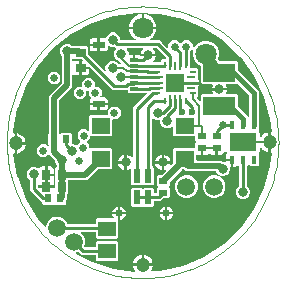
<source format=gbr>
G04 EAGLE Gerber RS-274X export*
G75*
%MOMM*%
%FSLAX35Y35*%
%LPD*%
%INcopper_top*%
%IPPOS*%
%AMOC8*
5,1,8,0,0,1.08239X$1,22.5*%
G01*
%ADD10C,0.010000*%
%ADD11R,0.900000X0.700000*%
%ADD12R,1.500000X1.500000*%
%ADD13R,0.250000X0.800000*%
%ADD14R,0.800000X0.250000*%
%ADD15R,0.550000X0.250000*%
%ADD16R,0.250000X0.550000*%
%ADD17R,2.300000X1.500000*%
%ADD18R,0.460000X0.710000*%
%ADD19R,0.700000X0.600000*%
%ADD20R,2.700000X1.600000*%
%ADD21R,0.600000X0.700000*%
%ADD22R,1.500000X1.300000*%
%ADD23R,1.600000X1.400000*%
%ADD24R,0.700000X0.300000*%
%ADD25R,1.000000X0.600000*%
%ADD26C,1.800000*%
%ADD27C,1.500000*%
%ADD28R,0.600000X1.200000*%
%ADD29R,0.700000X0.900000*%
%ADD30C,0.800000*%
%ADD31C,0.254000*%
%ADD32C,1.200000*%
%ADD33C,0.650000*%
%ADD34C,0.200000*%
%ADD35C,0.508000*%
%ADD36C,0.600000*%
%ADD37C,0.250000*%
%ADD38C,0.406400*%
%ADD39C,1.000000*%
%ADD40C,0.800000*%
%ADD41C,0.450000*%

G36*
X-71544Y-1095226D02*
X-71544Y-1095226D01*
X-70660Y-1095208D01*
X-70554Y-1095161D01*
X-70438Y-1095153D01*
X-69650Y-1094757D01*
X-68843Y-1094396D01*
X-68764Y-1094311D01*
X-68661Y-1094259D01*
X-68087Y-1093583D01*
X-67488Y-1092939D01*
X-67449Y-1092831D01*
X-67373Y-1092742D01*
X-67109Y-1091895D01*
X-66808Y-1091069D01*
X-66814Y-1090953D01*
X-66779Y-1090842D01*
X-66866Y-1089959D01*
X-66912Y-1089082D01*
X-66963Y-1088967D01*
X-66973Y-1088862D01*
X-67178Y-1088485D01*
X-67596Y-1087553D01*
X-75681Y-1075452D01*
X-82118Y-1059912D01*
X-85084Y-1044999D01*
X-5001Y-1044999D01*
X-4922Y-1044983D01*
X-4841Y-1044996D01*
X-3948Y-1044785D01*
X-3051Y-1044603D01*
X-2984Y-1044557D01*
X-2905Y-1044538D01*
X-2165Y-1043995D01*
X-1410Y-1043478D01*
X-1366Y-1043409D01*
X-1301Y-1043361D01*
X-831Y-1042572D01*
X-338Y-1041801D01*
X-324Y-1041721D01*
X-283Y-1041651D01*
X-2Y-1039999D01*
X-2Y-1034998D01*
X2Y-1034998D01*
X2Y-1039999D01*
X18Y-1040079D01*
X4Y-1040159D01*
X216Y-1041053D01*
X398Y-1041949D01*
X444Y-1042016D01*
X463Y-1042096D01*
X1005Y-1042836D01*
X1523Y-1043591D01*
X1592Y-1043634D01*
X1640Y-1043700D01*
X2429Y-1044170D01*
X3199Y-1044663D01*
X3279Y-1044676D01*
X3349Y-1044718D01*
X5001Y-1044999D01*
X85084Y-1044999D01*
X82118Y-1059912D01*
X75681Y-1075452D01*
X69221Y-1085120D01*
X68970Y-1085733D01*
X68639Y-1086306D01*
X68597Y-1086645D01*
X68467Y-1086961D01*
X68475Y-1087624D01*
X68393Y-1088281D01*
X68487Y-1088609D01*
X68491Y-1088951D01*
X68757Y-1089559D01*
X68938Y-1090195D01*
X69152Y-1090461D01*
X69289Y-1090774D01*
X69771Y-1091229D01*
X70186Y-1091745D01*
X70487Y-1091906D01*
X70735Y-1092141D01*
X71355Y-1092372D01*
X71940Y-1092685D01*
X72324Y-1092733D01*
X72600Y-1092836D01*
X73007Y-1092818D01*
X73603Y-1092892D01*
X147143Y-1089589D01*
X147506Y-1089498D01*
X148031Y-1089468D01*
X339332Y-1045805D01*
X339672Y-1045651D01*
X340184Y-1045528D01*
X520614Y-968409D01*
X520923Y-968196D01*
X521403Y-967984D01*
X685163Y-859887D01*
X685428Y-859623D01*
X685864Y-859328D01*
X827692Y-723727D01*
X827905Y-723420D01*
X828281Y-723052D01*
X943617Y-564307D01*
X943772Y-563966D01*
X944077Y-563537D01*
X1029213Y-386749D01*
X1029306Y-386385D01*
X1029528Y-385910D01*
X1081730Y-196760D01*
X1081756Y-196388D01*
X1081890Y-195878D01*
X1091388Y-90349D01*
X1091301Y-89561D01*
X1091278Y-88769D01*
X1091192Y-88579D01*
X1091168Y-88372D01*
X1090781Y-87681D01*
X1090451Y-86960D01*
X1090297Y-86818D01*
X1090195Y-86636D01*
X1089568Y-86151D01*
X1088983Y-85616D01*
X1088787Y-85546D01*
X1088621Y-85418D01*
X1087856Y-85216D01*
X1087108Y-84951D01*
X1086876Y-84958D01*
X1086698Y-84910D01*
X1086245Y-84975D01*
X1085433Y-84998D01*
X1084999Y-85085D01*
X1084999Y-5001D01*
X1084983Y-4922D01*
X1084996Y-4841D01*
X1084785Y-3948D01*
X1084603Y-3051D01*
X1084557Y-2984D01*
X1084538Y-2905D01*
X1083995Y-2165D01*
X1083478Y-1410D01*
X1083409Y-1366D01*
X1083361Y-1301D01*
X1082572Y-831D01*
X1081801Y-338D01*
X1081721Y-324D01*
X1081651Y-283D01*
X1079999Y-2D01*
X1074998Y-2D01*
X1074998Y2D01*
X1079999Y2D01*
X1080079Y18D01*
X1080159Y4D01*
X1081053Y216D01*
X1081949Y398D01*
X1082016Y444D01*
X1082096Y463D01*
X1082836Y1005D01*
X1083591Y1523D01*
X1083634Y1592D01*
X1083700Y1640D01*
X1084170Y2429D01*
X1084663Y3199D01*
X1084676Y3279D01*
X1084718Y3349D01*
X1084999Y5001D01*
X1084999Y85085D01*
X1085433Y84998D01*
X1086223Y85001D01*
X1087016Y84939D01*
X1087215Y85005D01*
X1087423Y85006D01*
X1088150Y85317D01*
X1088903Y85569D01*
X1089060Y85707D01*
X1089252Y85789D01*
X1089801Y86361D01*
X1090396Y86885D01*
X1090486Y87073D01*
X1090631Y87224D01*
X1090913Y87964D01*
X1091257Y88679D01*
X1091275Y88911D01*
X1091341Y89083D01*
X1091324Y89538D01*
X1091388Y90349D01*
X1081890Y195879D01*
X1081783Y196238D01*
X1081730Y196761D01*
X1029528Y385910D01*
X1029359Y386244D01*
X1029332Y386338D01*
X1029274Y386582D01*
X1029269Y386589D01*
X1029248Y386676D01*
X1029226Y386707D01*
X1029213Y386749D01*
X944077Y563537D01*
X943850Y563835D01*
X943617Y564307D01*
X828281Y723052D01*
X828005Y723305D01*
X827692Y723727D01*
X685864Y859328D01*
X685547Y859528D01*
X685163Y859887D01*
X521403Y967984D01*
X521057Y968123D01*
X520614Y968409D01*
X340184Y1045528D01*
X339817Y1045604D01*
X339331Y1045805D01*
X148031Y1089468D01*
X147657Y1089478D01*
X147143Y1089589D01*
X-48880Y1098392D01*
X-49251Y1098334D01*
X-49776Y1098352D01*
X-244220Y1072013D01*
X-244573Y1071890D01*
X-245094Y1071813D01*
X-431711Y1011178D01*
X-432037Y1010994D01*
X-432535Y1010826D01*
X-605326Y917843D01*
X-605613Y917603D01*
X-606074Y917349D01*
X-759485Y795008D01*
X-759726Y794721D01*
X-760133Y794388D01*
X-889234Y646620D01*
X-889420Y646294D01*
X-889761Y645895D01*
X-990402Y477450D01*
X-990526Y477097D01*
X-990791Y476642D01*
X-1059738Y292934D01*
X-1059797Y292564D01*
X-1059976Y292070D01*
X-1095013Y99003D01*
X-1095005Y98629D01*
X-1095093Y98110D01*
X-1095093Y79168D01*
X-1094979Y78608D01*
X-1094963Y78036D01*
X-1094783Y77642D01*
X-1094697Y77218D01*
X-1094374Y76747D01*
X-1094136Y76227D01*
X-1093817Y75934D01*
X-1093572Y75577D01*
X-1093090Y75268D01*
X-1092668Y74883D01*
X-1092261Y74738D01*
X-1091896Y74505D01*
X-1091332Y74409D01*
X-1090793Y74218D01*
X-1090291Y74232D01*
X-1089934Y74171D01*
X-1089594Y74252D01*
X-1089118Y74265D01*
X-1084999Y75085D01*
X-1084999Y-4998D01*
X-1084983Y-5078D01*
X-1084996Y-5158D01*
X-1084785Y-6052D01*
X-1084603Y-6948D01*
X-1084557Y-7015D01*
X-1084538Y-7095D01*
X-1083995Y-7835D01*
X-1083478Y-8590D01*
X-1083409Y-8633D01*
X-1083361Y-8699D01*
X-1082572Y-9169D01*
X-1081801Y-9662D01*
X-1081721Y-9675D01*
X-1081651Y-9717D01*
X-1079999Y-9998D01*
X-1074998Y-9998D01*
X-1074998Y-10002D01*
X-1079999Y-10002D01*
X-1080079Y-10018D01*
X-1080159Y-10004D01*
X-1081053Y-10216D01*
X-1081949Y-10398D01*
X-1082016Y-10444D01*
X-1082096Y-10463D01*
X-1082836Y-11005D01*
X-1083591Y-11523D01*
X-1083634Y-11592D01*
X-1083700Y-11640D01*
X-1084170Y-12429D01*
X-1084663Y-13199D01*
X-1084676Y-13279D01*
X-1084718Y-13349D01*
X-1084999Y-15001D01*
X-1084999Y-95084D01*
X-1088919Y-94304D01*
X-1088938Y-94304D01*
X-1088954Y-94298D01*
X-1089947Y-94308D01*
X-1090909Y-94313D01*
X-1090925Y-94319D01*
X-1090944Y-94320D01*
X-1091868Y-94723D01*
X-1092738Y-95096D01*
X-1092750Y-95109D01*
X-1092768Y-95116D01*
X-1093453Y-95839D01*
X-1094117Y-96531D01*
X-1094123Y-96548D01*
X-1094136Y-96561D01*
X-1094480Y-97483D01*
X-1094827Y-98390D01*
X-1094826Y-98408D01*
X-1094833Y-98425D01*
X-1094814Y-100101D01*
X-1059976Y-292070D01*
X-1059838Y-292418D01*
X-1059738Y-292934D01*
X-990791Y-476642D01*
X-990592Y-476960D01*
X-990402Y-477450D01*
X-889761Y-645895D01*
X-889510Y-646171D01*
X-889234Y-646620D01*
X-828765Y-715833D01*
X-828597Y-715962D01*
X-828478Y-716135D01*
X-827812Y-716562D01*
X-827183Y-717041D01*
X-826979Y-717094D01*
X-826802Y-717208D01*
X-826022Y-717340D01*
X-825256Y-717537D01*
X-825048Y-717506D01*
X-824840Y-717541D01*
X-824070Y-717359D01*
X-823288Y-717242D01*
X-823108Y-717131D01*
X-822903Y-717083D01*
X-822266Y-716615D01*
X-821592Y-716202D01*
X-821469Y-716030D01*
X-821299Y-715906D01*
X-820894Y-715225D01*
X-820435Y-714583D01*
X-820389Y-714378D01*
X-820281Y-714196D01*
X-820066Y-712931D01*
X-820001Y-712641D01*
X-820009Y-712597D01*
X-820000Y-712544D01*
X-820000Y-706103D01*
X-805538Y-671186D01*
X-778813Y-644462D01*
X-755948Y-634991D01*
X-755947Y-634991D01*
X-743897Y-629999D01*
X-706103Y-629999D01*
X-671186Y-644462D01*
X-644462Y-671186D01*
X-636995Y-689213D01*
X-636939Y-689297D01*
X-636915Y-689396D01*
X-636383Y-690121D01*
X-635883Y-690863D01*
X-635798Y-690918D01*
X-635738Y-691001D01*
X-634964Y-691462D01*
X-634216Y-691949D01*
X-634116Y-691967D01*
X-634028Y-692019D01*
X-632377Y-692299D01*
X-400000Y-692299D01*
X-399920Y-692283D01*
X-399840Y-692297D01*
X-398946Y-692085D01*
X-398050Y-691903D01*
X-397983Y-691858D01*
X-397903Y-691839D01*
X-397163Y-691296D01*
X-396408Y-690778D01*
X-396365Y-690710D01*
X-396299Y-690662D01*
X-395829Y-689873D01*
X-395336Y-689102D01*
X-395323Y-689022D01*
X-395281Y-688952D01*
X-395000Y-687300D01*
X-395000Y-656715D01*
X-383285Y-644999D01*
X-248922Y-644999D01*
X-248381Y-644889D01*
X-247829Y-644878D01*
X-247416Y-644694D01*
X-246972Y-644603D01*
X-246516Y-644291D01*
X-246013Y-644066D01*
X-245704Y-643734D01*
X-245330Y-643478D01*
X-245033Y-643013D01*
X-244657Y-642609D01*
X-244503Y-642184D01*
X-244258Y-641802D01*
X-244166Y-641257D01*
X-243977Y-640739D01*
X-244001Y-640287D01*
X-243925Y-639840D01*
X-244052Y-639302D01*
X-244081Y-638752D01*
X-244296Y-638270D01*
X-244383Y-637904D01*
X-244580Y-637634D01*
X-244765Y-637223D01*
X-251311Y-627425D01*
X-255675Y-616890D01*
X-257294Y-608749D01*
X-208749Y-608749D01*
X-208749Y-650894D01*
X-208725Y-651013D01*
X-208744Y-651134D01*
X-208528Y-651986D01*
X-208353Y-652844D01*
X-208285Y-652945D01*
X-208255Y-653063D01*
X-207285Y-654429D01*
X-204999Y-656715D01*
X-204999Y-803285D01*
X-216715Y-815000D01*
X-383285Y-815000D01*
X-395000Y-803285D01*
X-395000Y-762700D01*
X-395017Y-762620D01*
X-395003Y-762540D01*
X-395214Y-761646D01*
X-395396Y-760750D01*
X-395442Y-760683D01*
X-395461Y-760603D01*
X-396004Y-759863D01*
X-396522Y-759108D01*
X-396590Y-759065D01*
X-396638Y-758999D01*
X-397427Y-758529D01*
X-398198Y-758036D01*
X-398278Y-758023D01*
X-398348Y-757981D01*
X-400000Y-757700D01*
X-520879Y-757700D01*
X-520919Y-757708D01*
X-520959Y-757701D01*
X-521891Y-757906D01*
X-522829Y-758096D01*
X-522863Y-758119D01*
X-522903Y-758128D01*
X-523680Y-758679D01*
X-524470Y-759222D01*
X-524492Y-759256D01*
X-524525Y-759279D01*
X-525023Y-760085D01*
X-525543Y-760898D01*
X-525549Y-760938D01*
X-525571Y-760973D01*
X-525716Y-761917D01*
X-525876Y-762860D01*
X-525867Y-762899D01*
X-525873Y-762939D01*
X-525637Y-763869D01*
X-525418Y-764796D01*
X-525394Y-764829D01*
X-525384Y-764868D01*
X-524414Y-766235D01*
X-504462Y-786186D01*
X-489999Y-821103D01*
X-489999Y-858897D01*
X-497466Y-876924D01*
X-497486Y-877023D01*
X-497539Y-877110D01*
X-497676Y-878000D01*
X-497847Y-878877D01*
X-497826Y-878976D01*
X-497841Y-879077D01*
X-497620Y-879950D01*
X-497435Y-880824D01*
X-497377Y-880907D01*
X-497352Y-881006D01*
X-496383Y-882372D01*
X-492919Y-885835D01*
X-492818Y-885903D01*
X-492746Y-886001D01*
X-491990Y-886451D01*
X-491260Y-886934D01*
X-491141Y-886956D01*
X-491036Y-887019D01*
X-489384Y-887299D01*
X-400000Y-887299D01*
X-399920Y-887283D01*
X-399840Y-887297D01*
X-398946Y-887085D01*
X-398050Y-886903D01*
X-397983Y-886858D01*
X-397903Y-886839D01*
X-397163Y-886296D01*
X-396408Y-885778D01*
X-396365Y-885710D01*
X-396299Y-885662D01*
X-395829Y-884873D01*
X-395336Y-884102D01*
X-395323Y-884022D01*
X-395281Y-883952D01*
X-395000Y-882300D01*
X-395000Y-846715D01*
X-383285Y-834999D01*
X-216715Y-834999D01*
X-204999Y-846715D01*
X-204999Y-993285D01*
X-216715Y-1005000D01*
X-383285Y-1005000D01*
X-395000Y-993285D01*
X-395000Y-957700D01*
X-395017Y-957620D01*
X-395003Y-957540D01*
X-395214Y-956646D01*
X-395396Y-955750D01*
X-395442Y-955683D01*
X-395461Y-955603D01*
X-396004Y-954863D01*
X-396522Y-954108D01*
X-396590Y-954065D01*
X-396638Y-953999D01*
X-397427Y-953529D01*
X-398198Y-953036D01*
X-398278Y-953023D01*
X-398348Y-952981D01*
X-400000Y-952700D01*
X-518545Y-952700D01*
X-542628Y-928617D01*
X-542713Y-928561D01*
X-542772Y-928479D01*
X-543539Y-928013D01*
X-544287Y-927518D01*
X-544386Y-927499D01*
X-544473Y-927447D01*
X-545361Y-927318D01*
X-546243Y-927153D01*
X-546342Y-927175D01*
X-546443Y-927161D01*
X-548076Y-927533D01*
X-560520Y-932688D01*
X-561171Y-933127D01*
X-561859Y-933510D01*
X-561992Y-933679D01*
X-562170Y-933799D01*
X-562598Y-934458D01*
X-563083Y-935079D01*
X-563138Y-935287D01*
X-563255Y-935467D01*
X-563393Y-936241D01*
X-563597Y-937002D01*
X-563567Y-937215D01*
X-563604Y-937426D01*
X-563430Y-938192D01*
X-563320Y-938972D01*
X-563210Y-939157D01*
X-563162Y-939366D01*
X-562703Y-940002D01*
X-562297Y-940679D01*
X-562108Y-940826D01*
X-561998Y-940980D01*
X-561608Y-941216D01*
X-560976Y-941709D01*
X-432535Y-1010826D01*
X-432176Y-1010934D01*
X-431711Y-1011178D01*
X-245094Y-1071813D01*
X-244722Y-1071856D01*
X-244220Y-1072013D01*
X-72423Y-1095284D01*
X-71544Y-1095226D01*
G37*
%LPC*%
G36*
X-86285Y-545000D02*
X-86285Y-545000D01*
X-98000Y-533285D01*
X-98000Y-396715D01*
X-86285Y-384999D01*
X-9715Y-384999D01*
X-3535Y-391180D01*
X-3467Y-391225D01*
X-3420Y-391291D01*
X-2644Y-391770D01*
X-1876Y-392279D01*
X-1796Y-392294D01*
X-1727Y-392336D01*
X-823Y-392475D01*
X80Y-392643D01*
X159Y-392626D01*
X240Y-392638D01*
X1130Y-392413D01*
X2023Y-392216D01*
X2090Y-392169D01*
X2169Y-392149D01*
X3535Y-391180D01*
X9715Y-384999D01*
X86285Y-384999D01*
X98000Y-396715D01*
X98000Y-427300D01*
X98017Y-427380D01*
X98003Y-427460D01*
X98214Y-428353D01*
X98396Y-429250D01*
X98442Y-429317D01*
X98461Y-429396D01*
X99004Y-430136D01*
X99522Y-430891D01*
X99590Y-430935D01*
X99638Y-431001D01*
X100427Y-431470D01*
X101198Y-431963D01*
X101278Y-431977D01*
X101348Y-432019D01*
X103000Y-432299D01*
X115000Y-432299D01*
X115080Y-432283D01*
X115160Y-432297D01*
X116053Y-432085D01*
X116950Y-431903D01*
X117017Y-431858D01*
X117096Y-431839D01*
X117836Y-431296D01*
X118591Y-430778D01*
X118635Y-430710D01*
X118701Y-430662D01*
X119170Y-429873D01*
X119663Y-429102D01*
X119677Y-429022D01*
X119719Y-428952D01*
X119999Y-427300D01*
X119999Y-386715D01*
X128180Y-378535D01*
X128224Y-378468D01*
X128291Y-378420D01*
X128773Y-377640D01*
X129279Y-376876D01*
X129294Y-376796D01*
X129336Y-376727D01*
X129476Y-375821D01*
X129643Y-374920D01*
X129626Y-374841D01*
X129638Y-374760D01*
X129412Y-373868D01*
X129216Y-372977D01*
X129169Y-372911D01*
X129149Y-372832D01*
X128180Y-371465D01*
X119999Y-363285D01*
X119999Y-286715D01*
X131715Y-274999D01*
X158724Y-274999D01*
X158843Y-274975D01*
X158963Y-274994D01*
X159815Y-274778D01*
X160674Y-274603D01*
X160774Y-274535D01*
X160892Y-274505D01*
X162259Y-273535D01*
X194914Y-240879D01*
X194926Y-240863D01*
X194943Y-240851D01*
X195470Y-240040D01*
X196013Y-239221D01*
X196017Y-239200D01*
X196028Y-239183D01*
X196197Y-238237D01*
X196378Y-237264D01*
X196374Y-237244D01*
X196377Y-237224D01*
X196162Y-236281D01*
X195951Y-235321D01*
X195939Y-235304D01*
X195934Y-235284D01*
X195363Y-234492D01*
X194800Y-233698D01*
X194782Y-233688D01*
X194770Y-233670D01*
X193933Y-233163D01*
X193107Y-232653D01*
X193086Y-232650D01*
X193068Y-232639D01*
X192116Y-232501D01*
X191140Y-232351D01*
X191119Y-232356D01*
X191099Y-232353D01*
X189466Y-232726D01*
X189078Y-232887D01*
X179999Y-234693D01*
X179999Y-179999D01*
X234693Y-179999D01*
X232887Y-189078D01*
X232726Y-189466D01*
X232722Y-189485D01*
X232710Y-189503D01*
X232531Y-190468D01*
X232345Y-191419D01*
X232349Y-191439D01*
X232346Y-191459D01*
X232554Y-192406D01*
X232757Y-193366D01*
X232768Y-193383D01*
X232773Y-193403D01*
X233340Y-194202D01*
X233895Y-194998D01*
X233912Y-195009D01*
X233924Y-195026D01*
X234755Y-195538D01*
X235579Y-196057D01*
X235600Y-196060D01*
X235617Y-196071D01*
X236589Y-196220D01*
X237543Y-196375D01*
X237563Y-196370D01*
X237584Y-196373D01*
X238558Y-196126D01*
X239476Y-195901D01*
X239492Y-195889D01*
X239513Y-195884D01*
X240879Y-194914D01*
X254135Y-181659D01*
X254202Y-181558D01*
X254301Y-181485D01*
X254751Y-180729D01*
X255234Y-180000D01*
X255256Y-179880D01*
X255319Y-179776D01*
X255599Y-178124D01*
X255599Y-61415D01*
X267315Y-49699D01*
X434600Y-49699D01*
X434680Y-49683D01*
X434760Y-49697D01*
X435653Y-49485D01*
X436550Y-49303D01*
X436617Y-49258D01*
X436696Y-49239D01*
X437436Y-48696D01*
X438191Y-48178D01*
X438235Y-48110D01*
X438301Y-48062D01*
X438770Y-47273D01*
X439263Y-46502D01*
X439277Y-46422D01*
X439319Y-46352D01*
X439599Y-44700D01*
X439599Y-16656D01*
X441330Y-10196D01*
X444674Y-4403D01*
X449361Y283D01*
X449407Y351D01*
X449473Y398D01*
X449953Y1176D01*
X450460Y1942D01*
X450475Y2023D01*
X450518Y2092D01*
X450657Y2995D01*
X450825Y3898D01*
X450808Y3978D01*
X450820Y4058D01*
X450594Y4950D01*
X450398Y5842D01*
X450351Y5908D01*
X450331Y5987D01*
X449361Y7354D01*
X444999Y11715D01*
X444999Y44700D01*
X444983Y44780D01*
X444997Y44860D01*
X444785Y45753D01*
X444603Y46650D01*
X444558Y46717D01*
X444539Y46796D01*
X443996Y47536D01*
X443478Y48291D01*
X443410Y48335D01*
X443362Y48401D01*
X442573Y48870D01*
X441802Y49363D01*
X441722Y49377D01*
X441652Y49419D01*
X440000Y49699D01*
X267315Y49699D01*
X255599Y61415D01*
X255599Y128677D01*
X255591Y128717D01*
X255599Y128757D01*
X255396Y129678D01*
X255203Y130627D01*
X255180Y130660D01*
X255172Y130700D01*
X254618Y131480D01*
X254078Y132268D01*
X254043Y132290D01*
X254020Y132323D01*
X253212Y132822D01*
X252402Y133340D01*
X252361Y133347D01*
X252327Y133368D01*
X251385Y133513D01*
X250440Y133673D01*
X250401Y133664D01*
X250360Y133670D01*
X249437Y133436D01*
X248504Y133215D01*
X248470Y133191D01*
X248431Y133181D01*
X247065Y132212D01*
X243987Y129134D01*
X221935Y119999D01*
X198065Y119999D01*
X176012Y129134D01*
X159134Y146012D01*
X149999Y168065D01*
X149999Y185858D01*
X149987Y185918D01*
X149998Y185978D01*
X149790Y186890D01*
X149603Y187808D01*
X149569Y187858D01*
X149555Y187918D01*
X149009Y188674D01*
X148478Y189449D01*
X148426Y189482D01*
X148391Y189532D01*
X147593Y190015D01*
X146802Y190521D01*
X146742Y190532D01*
X146689Y190563D01*
X145765Y190698D01*
X144840Y190855D01*
X144780Y190841D01*
X144720Y190849D01*
X143087Y190477D01*
X141935Y189999D01*
X118065Y189999D01*
X96013Y199134D01*
X89035Y206112D01*
X89001Y206134D01*
X88978Y206168D01*
X88173Y206683D01*
X87376Y207211D01*
X87336Y207218D01*
X87302Y207240D01*
X86361Y207400D01*
X85420Y207575D01*
X85380Y207567D01*
X85340Y207573D01*
X84402Y207352D01*
X83476Y207148D01*
X83443Y207125D01*
X83403Y207115D01*
X82629Y206547D01*
X81853Y205997D01*
X81832Y205963D01*
X81799Y205938D01*
X81307Y205111D01*
X80808Y204304D01*
X80802Y204264D01*
X80781Y204228D01*
X80500Y202577D01*
X80500Y-200000D01*
X80517Y-200080D01*
X80503Y-200160D01*
X80714Y-201053D01*
X80896Y-201950D01*
X80942Y-202017D01*
X80961Y-202096D01*
X81504Y-202836D01*
X82022Y-203591D01*
X82090Y-203635D01*
X82138Y-203701D01*
X82927Y-204170D01*
X83698Y-204663D01*
X83778Y-204677D01*
X83848Y-204719D01*
X85500Y-204999D01*
X86285Y-204999D01*
X98000Y-216715D01*
X98000Y-353285D01*
X86285Y-365000D01*
X9715Y-365000D01*
X3535Y-358820D01*
X3467Y-358775D01*
X3420Y-358709D01*
X2644Y-358230D01*
X1876Y-357721D01*
X1796Y-357706D01*
X1727Y-357663D01*
X823Y-357525D01*
X-80Y-357356D01*
X-159Y-357374D01*
X-240Y-357361D01*
X-1130Y-357587D01*
X-2023Y-357783D01*
X-2090Y-357831D01*
X-2169Y-357851D01*
X-3535Y-358820D01*
X-9715Y-365000D01*
X-86285Y-365000D01*
X-98000Y-353285D01*
X-98000Y-226605D01*
X-98110Y-226064D01*
X-98121Y-225513D01*
X-98306Y-225099D01*
X-98396Y-224655D01*
X-98708Y-224200D01*
X-98934Y-223696D01*
X-99265Y-223388D01*
X-99522Y-223014D01*
X-99987Y-222717D01*
X-100391Y-222341D01*
X-100816Y-222186D01*
X-101198Y-221942D01*
X-101742Y-221849D01*
X-102261Y-221661D01*
X-102713Y-221684D01*
X-103160Y-221608D01*
X-103698Y-221736D01*
X-104248Y-221764D01*
X-104730Y-221980D01*
X-105096Y-222067D01*
X-105365Y-222264D01*
X-105777Y-222448D01*
X-114022Y-227958D01*
X-125922Y-232887D01*
X-135001Y-234693D01*
X-135001Y-175001D01*
X-135017Y-174922D01*
X-135003Y-174841D01*
X-135215Y-173948D01*
X-135397Y-173051D01*
X-135443Y-172984D01*
X-135461Y-172905D01*
X-136004Y-172165D01*
X-136522Y-171410D01*
X-136590Y-171366D01*
X-136638Y-171301D01*
X-137428Y-170831D01*
X-138198Y-170338D01*
X-138278Y-170324D01*
X-138348Y-170283D01*
X-140000Y-170002D01*
X-145002Y-170002D01*
X-145002Y-169998D01*
X-140000Y-169998D01*
X-139920Y-169982D01*
X-139840Y-169995D01*
X-138947Y-169784D01*
X-138050Y-169602D01*
X-137983Y-169556D01*
X-137904Y-169537D01*
X-137164Y-168994D01*
X-136409Y-168477D01*
X-136365Y-168408D01*
X-136299Y-168360D01*
X-135830Y-167571D01*
X-135337Y-166800D01*
X-135323Y-166720D01*
X-135281Y-166650D01*
X-135001Y-164998D01*
X-135001Y-105307D01*
X-125922Y-107113D01*
X-114022Y-112042D01*
X-103309Y-119200D01*
X-94200Y-128309D01*
X-89857Y-134810D01*
X-89479Y-135185D01*
X-89178Y-135624D01*
X-88779Y-135879D01*
X-88444Y-136211D01*
X-87951Y-136409D01*
X-87502Y-136696D01*
X-87035Y-136775D01*
X-86597Y-136951D01*
X-86065Y-136940D01*
X-85540Y-137029D01*
X-85079Y-136920D01*
X-84607Y-136911D01*
X-84122Y-136694D01*
X-83603Y-136571D01*
X-83222Y-136291D01*
X-82791Y-136098D01*
X-82428Y-135709D01*
X-81999Y-135394D01*
X-81757Y-134988D01*
X-81435Y-134642D01*
X-81254Y-134143D01*
X-80981Y-133684D01*
X-80888Y-133136D01*
X-80755Y-132772D01*
X-80772Y-132453D01*
X-80700Y-132033D01*
X-80700Y295545D01*
X32520Y408765D01*
X32542Y408798D01*
X32576Y408822D01*
X33093Y409631D01*
X33619Y410424D01*
X33626Y410464D01*
X33648Y410498D01*
X33808Y411440D01*
X33983Y412380D01*
X33975Y412420D01*
X33982Y412460D01*
X33760Y413395D01*
X33556Y414323D01*
X33533Y414356D01*
X33523Y414396D01*
X32963Y415160D01*
X32405Y415946D01*
X32371Y415968D01*
X32346Y416001D01*
X31519Y416493D01*
X30712Y416992D01*
X30672Y416998D01*
X30637Y417019D01*
X28985Y417299D01*
X-25344Y417299D01*
X-25463Y417275D01*
X-25584Y417294D01*
X-26436Y417078D01*
X-27294Y416903D01*
X-27395Y416835D01*
X-27513Y416805D01*
X-28879Y415835D01*
X-29715Y414999D01*
X-116285Y414999D01*
X-128000Y426715D01*
X-128000Y439600D01*
X-128005Y439624D01*
X-128003Y439639D01*
X-128015Y439689D01*
X-128003Y439760D01*
X-128214Y440653D01*
X-128396Y441550D01*
X-128442Y441617D01*
X-128461Y441696D01*
X-129004Y442436D01*
X-129522Y443191D01*
X-129590Y443235D01*
X-129638Y443301D01*
X-130427Y443770D01*
X-131198Y444263D01*
X-131278Y444277D01*
X-131348Y444319D01*
X-133000Y444599D01*
X-255845Y444599D01*
X-449780Y638534D01*
X-449881Y638601D01*
X-449953Y638700D01*
X-450709Y639150D01*
X-451438Y639633D01*
X-451558Y639655D01*
X-451663Y639718D01*
X-453315Y639998D01*
X-515001Y639998D01*
X-515001Y690400D01*
X-513715Y690400D01*
X-513675Y690408D01*
X-513635Y690401D01*
X-512703Y690606D01*
X-511765Y690796D01*
X-511731Y690819D01*
X-511692Y690828D01*
X-510916Y691378D01*
X-510124Y691922D01*
X-510102Y691956D01*
X-510068Y691980D01*
X-509569Y692788D01*
X-509052Y693598D01*
X-509045Y693638D01*
X-509023Y693673D01*
X-508880Y694607D01*
X-508718Y695560D01*
X-508728Y695599D01*
X-508721Y695640D01*
X-508955Y696563D01*
X-509176Y697496D01*
X-509201Y697529D01*
X-509211Y697568D01*
X-510180Y698935D01*
X-514781Y703535D01*
X-514882Y703603D01*
X-514954Y703701D01*
X-515710Y704151D01*
X-516440Y704634D01*
X-516559Y704656D01*
X-516664Y704719D01*
X-518316Y704999D01*
X-578285Y704999D01*
X-586065Y712780D01*
X-586098Y712802D01*
X-586122Y712836D01*
X-586931Y713354D01*
X-587724Y713879D01*
X-587764Y713887D01*
X-587798Y713908D01*
X-588740Y714068D01*
X-589680Y714244D01*
X-589720Y714235D01*
X-589760Y714242D01*
X-590695Y714021D01*
X-591623Y713817D01*
X-591656Y713793D01*
X-591696Y713784D01*
X-592471Y713215D01*
X-593246Y712665D01*
X-593268Y712631D01*
X-593301Y712607D01*
X-593793Y711779D01*
X-594292Y710972D01*
X-594298Y710932D01*
X-594319Y710897D01*
X-594599Y709245D01*
X-594599Y688392D01*
X-594591Y688351D01*
X-594599Y688311D01*
X-594394Y687381D01*
X-594203Y686442D01*
X-594180Y686408D01*
X-594171Y686368D01*
X-593621Y685592D01*
X-593078Y684800D01*
X-593043Y684778D01*
X-593020Y684745D01*
X-592210Y684245D01*
X-591402Y683728D01*
X-591361Y683721D01*
X-591326Y683700D01*
X-590390Y683556D01*
X-589440Y683395D01*
X-589399Y683404D01*
X-589359Y683398D01*
X-588446Y683630D01*
X-587504Y683853D01*
X-587470Y683878D01*
X-587431Y683888D01*
X-586064Y684857D01*
X-585597Y685325D01*
X-579804Y688670D01*
X-573344Y690400D01*
X-534998Y690400D01*
X-534998Y635001D01*
X-534982Y634921D01*
X-534996Y634841D01*
X-534784Y633948D01*
X-534603Y633051D01*
X-534557Y632984D01*
X-534538Y632905D01*
X-533995Y632165D01*
X-533477Y631410D01*
X-533409Y631366D01*
X-533361Y631300D01*
X-532572Y630831D01*
X-531801Y630338D01*
X-531721Y630324D01*
X-531651Y630282D01*
X-529999Y630002D01*
X-524998Y630002D01*
X-524998Y629998D01*
X-529999Y629998D01*
X-530079Y629982D01*
X-530159Y629996D01*
X-531053Y629784D01*
X-531949Y629602D01*
X-532016Y629556D01*
X-532095Y629538D01*
X-532835Y628995D01*
X-533590Y628477D01*
X-533634Y628408D01*
X-533700Y628360D01*
X-534169Y627571D01*
X-534663Y626801D01*
X-534676Y626721D01*
X-534718Y626651D01*
X-534998Y624999D01*
X-534998Y569599D01*
X-573344Y569599D01*
X-579804Y571330D01*
X-585597Y574675D01*
X-586064Y575143D01*
X-586098Y575165D01*
X-586122Y575199D01*
X-586933Y575718D01*
X-587723Y576242D01*
X-587763Y576249D01*
X-587798Y576272D01*
X-588740Y576432D01*
X-589679Y576607D01*
X-589719Y576598D01*
X-589760Y576605D01*
X-590698Y576383D01*
X-591623Y576180D01*
X-591656Y576157D01*
X-591696Y576147D01*
X-592474Y575576D01*
X-593246Y575029D01*
X-593267Y574994D01*
X-593301Y574970D01*
X-593795Y574139D01*
X-594291Y573336D01*
X-594298Y573296D01*
X-594319Y573260D01*
X-594599Y571608D01*
X-594599Y466194D01*
X-703135Y357658D01*
X-703202Y357558D01*
X-703301Y357485D01*
X-703751Y356729D01*
X-704234Y356000D01*
X-704256Y355880D01*
X-704319Y355775D01*
X-704599Y354123D01*
X-704599Y75755D01*
X-704591Y75715D01*
X-704599Y75675D01*
X-704391Y74730D01*
X-704203Y73805D01*
X-704180Y73771D01*
X-704172Y73731D01*
X-703620Y72954D01*
X-703078Y72163D01*
X-703044Y72142D01*
X-703020Y72108D01*
X-702214Y71611D01*
X-701402Y71091D01*
X-701361Y71084D01*
X-701327Y71063D01*
X-700383Y70918D01*
X-699440Y70758D01*
X-699401Y70767D01*
X-699360Y70761D01*
X-698439Y70995D01*
X-697504Y71216D01*
X-697470Y71240D01*
X-697431Y71250D01*
X-696065Y72220D01*
X-688285Y80000D01*
X-611715Y80000D01*
X-599999Y68285D01*
X-599999Y-10000D01*
X-599983Y-10080D01*
X-599997Y-10160D01*
X-599785Y-11053D01*
X-599603Y-11950D01*
X-599558Y-12017D01*
X-599539Y-12096D01*
X-598996Y-12836D01*
X-598478Y-13591D01*
X-598410Y-13635D01*
X-598362Y-13701D01*
X-597573Y-14170D01*
X-596802Y-14663D01*
X-596722Y-14677D01*
X-596652Y-14719D01*
X-595000Y-14999D01*
X-588065Y-14999D01*
X-566012Y-24134D01*
X-564732Y-25414D01*
X-564664Y-25459D01*
X-564617Y-25526D01*
X-563834Y-26009D01*
X-563073Y-26513D01*
X-562993Y-26528D01*
X-562924Y-26571D01*
X-562015Y-26711D01*
X-561117Y-26878D01*
X-561038Y-26861D01*
X-560957Y-26873D01*
X-560068Y-26648D01*
X-559173Y-26452D01*
X-559107Y-26404D01*
X-559028Y-26384D01*
X-557662Y-25415D01*
X-528282Y3965D01*
X-528237Y4033D01*
X-528171Y4080D01*
X-527690Y4858D01*
X-527183Y5624D01*
X-527168Y5704D01*
X-527125Y5773D01*
X-526986Y6678D01*
X-526818Y7580D01*
X-526836Y7659D01*
X-526823Y7740D01*
X-527049Y8632D01*
X-527245Y9523D01*
X-527292Y9589D01*
X-527312Y9668D01*
X-528282Y11035D01*
X-551500Y34253D01*
X-551500Y77747D01*
X-520747Y108500D01*
X-477253Y108500D01*
X-464135Y95382D01*
X-464101Y95359D01*
X-464078Y95325D01*
X-463263Y94804D01*
X-462476Y94283D01*
X-462436Y94275D01*
X-462402Y94253D01*
X-461459Y94093D01*
X-460520Y93918D01*
X-460480Y93927D01*
X-460440Y93920D01*
X-459504Y94141D01*
X-458576Y94345D01*
X-458543Y94368D01*
X-458503Y94378D01*
X-457729Y94946D01*
X-456953Y95496D01*
X-456932Y95531D01*
X-456899Y95555D01*
X-456407Y96382D01*
X-455908Y97189D01*
X-455902Y97229D01*
X-455881Y97265D01*
X-455600Y98917D01*
X-455600Y217985D01*
X-443885Y229700D01*
X-297500Y229700D01*
X-297420Y229717D01*
X-297340Y229703D01*
X-296446Y229914D01*
X-295550Y230096D01*
X-295483Y230142D01*
X-295403Y230161D01*
X-294663Y230704D01*
X-293908Y231222D01*
X-293865Y231290D01*
X-293799Y231338D01*
X-293329Y232127D01*
X-292836Y232898D01*
X-292823Y232978D01*
X-292781Y233048D01*
X-292500Y234700D01*
X-292500Y271747D01*
X-261747Y302500D01*
X-218253Y302500D01*
X-187499Y271747D01*
X-187499Y228253D01*
X-218253Y197499D01*
X-250600Y197499D01*
X-250680Y197483D01*
X-250760Y197497D01*
X-251653Y197285D01*
X-252550Y197103D01*
X-252617Y197058D01*
X-252696Y197039D01*
X-253436Y196496D01*
X-254191Y195978D01*
X-254235Y195910D01*
X-254301Y195862D01*
X-254770Y195073D01*
X-255263Y194302D01*
X-255277Y194222D01*
X-255319Y194152D01*
X-255599Y192500D01*
X-255599Y61415D01*
X-267315Y49699D01*
X-441500Y49699D01*
X-441580Y49683D01*
X-441660Y49697D01*
X-442553Y49485D01*
X-443450Y49303D01*
X-443517Y49258D01*
X-443596Y49239D01*
X-444336Y48696D01*
X-445091Y48178D01*
X-445135Y48110D01*
X-445201Y48062D01*
X-445670Y47273D01*
X-446163Y46502D01*
X-446177Y46422D01*
X-446219Y46352D01*
X-446499Y44700D01*
X-446499Y34253D01*
X-474718Y6035D01*
X-474763Y5968D01*
X-474829Y5920D01*
X-475309Y5142D01*
X-475817Y4376D01*
X-475832Y4296D01*
X-475874Y4227D01*
X-476013Y3322D01*
X-476182Y2420D01*
X-476164Y2341D01*
X-476177Y2260D01*
X-475950Y1368D01*
X-475754Y477D01*
X-475708Y411D01*
X-475688Y332D01*
X-474718Y-1035D01*
X-451499Y-24253D01*
X-451499Y-45245D01*
X-451491Y-45286D01*
X-451499Y-45326D01*
X-451294Y-46255D01*
X-451103Y-47195D01*
X-451080Y-47229D01*
X-451071Y-47270D01*
X-450524Y-48040D01*
X-449978Y-48836D01*
X-449943Y-48859D01*
X-449919Y-48892D01*
X-449114Y-49389D01*
X-448302Y-49908D01*
X-448261Y-49915D01*
X-448226Y-49937D01*
X-447286Y-50081D01*
X-446340Y-50242D01*
X-446299Y-50232D01*
X-446259Y-50238D01*
X-445337Y-50004D01*
X-444404Y-49784D01*
X-444371Y-49759D01*
X-444330Y-49749D01*
X-444260Y-49699D01*
X-267315Y-49699D01*
X-255599Y-61415D01*
X-255599Y-217985D01*
X-267315Y-229700D01*
X-379323Y-229700D01*
X-379443Y-229724D01*
X-379563Y-229706D01*
X-380415Y-229922D01*
X-381273Y-230096D01*
X-381374Y-230165D01*
X-381492Y-230195D01*
X-382858Y-231165D01*
X-472094Y-320400D01*
X-625000Y-320400D01*
X-625080Y-320417D01*
X-625160Y-320403D01*
X-626053Y-320614D01*
X-626950Y-320796D01*
X-627017Y-320842D01*
X-627096Y-320861D01*
X-627836Y-321404D01*
X-628591Y-321922D01*
X-628635Y-321990D01*
X-628701Y-322038D01*
X-629170Y-322827D01*
X-629663Y-323598D01*
X-629677Y-323678D01*
X-629719Y-323748D01*
X-629999Y-325400D01*
X-629999Y-428285D01*
X-638135Y-436420D01*
X-638202Y-436521D01*
X-638301Y-436593D01*
X-638751Y-437349D01*
X-639234Y-438079D01*
X-639256Y-438198D01*
X-639319Y-438303D01*
X-639599Y-439955D01*
X-639599Y-478806D01*
X-648535Y-487741D01*
X-648602Y-487842D01*
X-648701Y-487914D01*
X-649153Y-488673D01*
X-649634Y-489400D01*
X-649656Y-489519D01*
X-649719Y-489624D01*
X-649999Y-491276D01*
X-649999Y-518285D01*
X-661715Y-530000D01*
X-738285Y-530000D01*
X-746465Y-521820D01*
X-746532Y-521775D01*
X-746579Y-521709D01*
X-746592Y-521701D01*
X-746593Y-521700D01*
X-746613Y-521688D01*
X-747359Y-521227D01*
X-748123Y-520721D01*
X-748203Y-520706D01*
X-748273Y-520663D01*
X-749179Y-520524D01*
X-750080Y-520356D01*
X-750159Y-520374D01*
X-750239Y-520361D01*
X-751131Y-520588D01*
X-752023Y-520783D01*
X-752089Y-520830D01*
X-752168Y-520850D01*
X-753535Y-521820D01*
X-761715Y-530000D01*
X-838285Y-530000D01*
X-850000Y-518285D01*
X-850000Y-512700D01*
X-850017Y-512620D01*
X-850003Y-512540D01*
X-850214Y-511646D01*
X-850396Y-510750D01*
X-850442Y-510683D01*
X-850461Y-510603D01*
X-851004Y-509863D01*
X-851522Y-509108D01*
X-851590Y-509065D01*
X-851638Y-508999D01*
X-852427Y-508529D01*
X-853198Y-508036D01*
X-853278Y-508023D01*
X-853348Y-507981D01*
X-854747Y-507743D01*
X-955200Y-407290D01*
X-955200Y-326724D01*
X-955224Y-326605D01*
X-955206Y-326484D01*
X-955422Y-325632D01*
X-955596Y-324774D01*
X-955665Y-324673D01*
X-955695Y-324555D01*
X-956665Y-323189D01*
X-973366Y-306488D01*
X-982500Y-284435D01*
X-982500Y-260565D01*
X-973366Y-238512D01*
X-956488Y-221634D01*
X-934435Y-212499D01*
X-910565Y-212499D01*
X-888513Y-221634D01*
X-883233Y-226913D01*
X-882908Y-227129D01*
X-882645Y-227417D01*
X-882087Y-227673D01*
X-881574Y-228013D01*
X-881191Y-228084D01*
X-880837Y-228247D01*
X-880222Y-228265D01*
X-879618Y-228377D01*
X-879238Y-228293D01*
X-878848Y-228305D01*
X-878274Y-228082D01*
X-877674Y-227950D01*
X-877357Y-227725D01*
X-876993Y-227583D01*
X-876553Y-227154D01*
X-876052Y-226799D01*
X-875847Y-226467D01*
X-875568Y-226195D01*
X-875245Y-225493D01*
X-875006Y-225106D01*
X-874975Y-224904D01*
X-874869Y-224672D01*
X-873669Y-220196D01*
X-870325Y-214403D01*
X-865597Y-209675D01*
X-859804Y-206330D01*
X-853344Y-204599D01*
X-824998Y-204599D01*
X-824998Y-269999D01*
X-824982Y-270078D01*
X-824996Y-270159D01*
X-824784Y-271052D01*
X-824603Y-271949D01*
X-824557Y-272016D01*
X-824538Y-272095D01*
X-823995Y-272835D01*
X-823477Y-273590D01*
X-823409Y-273634D01*
X-823361Y-273699D01*
X-822572Y-274169D01*
X-821801Y-274662D01*
X-821721Y-274676D01*
X-821651Y-274718D01*
X-819999Y-274998D01*
X-814998Y-274998D01*
X-814998Y-275002D01*
X-819999Y-275002D01*
X-820079Y-275018D01*
X-820159Y-275004D01*
X-821053Y-275216D01*
X-821949Y-275398D01*
X-822016Y-275443D01*
X-822095Y-275462D01*
X-822835Y-276005D01*
X-823590Y-276523D01*
X-823634Y-276591D01*
X-823700Y-276639D01*
X-824169Y-277428D01*
X-824663Y-278199D01*
X-824676Y-278279D01*
X-824718Y-278349D01*
X-824998Y-280001D01*
X-824998Y-365001D01*
X-875400Y-365001D01*
X-875400Y-326656D01*
X-875303Y-326294D01*
X-875274Y-325825D01*
X-875147Y-325373D01*
X-875207Y-324732D01*
X-875181Y-324308D01*
X-875271Y-324054D01*
X-875303Y-323705D01*
X-875400Y-323343D01*
X-875400Y-322323D01*
X-875408Y-322283D01*
X-875401Y-322243D01*
X-875606Y-321312D01*
X-875796Y-320373D01*
X-875819Y-320339D01*
X-875828Y-320300D01*
X-876378Y-319524D01*
X-876922Y-318732D01*
X-876956Y-318710D01*
X-876980Y-318677D01*
X-877788Y-318178D01*
X-878598Y-317660D01*
X-878638Y-317653D01*
X-878673Y-317632D01*
X-879615Y-317487D01*
X-880560Y-317326D01*
X-880599Y-317336D01*
X-880640Y-317329D01*
X-881563Y-317563D01*
X-882496Y-317784D01*
X-882529Y-317809D01*
X-882568Y-317819D01*
X-883935Y-318788D01*
X-888335Y-323189D01*
X-888403Y-323290D01*
X-888501Y-323362D01*
X-888951Y-324118D01*
X-889434Y-324848D01*
X-889456Y-324967D01*
X-889519Y-325072D01*
X-889799Y-326724D01*
X-889799Y-378129D01*
X-889775Y-378248D01*
X-889794Y-378369D01*
X-889578Y-379221D01*
X-889403Y-380079D01*
X-889335Y-380179D01*
X-889305Y-380298D01*
X-888335Y-381664D01*
X-883935Y-386065D01*
X-883901Y-386087D01*
X-883878Y-386121D01*
X-883066Y-386640D01*
X-882276Y-387163D01*
X-882237Y-387171D01*
X-882202Y-387193D01*
X-881252Y-387354D01*
X-880320Y-387528D01*
X-880280Y-387520D01*
X-880240Y-387527D01*
X-879300Y-387304D01*
X-878377Y-387101D01*
X-878344Y-387078D01*
X-878303Y-387068D01*
X-877524Y-386497D01*
X-876753Y-385950D01*
X-876732Y-385916D01*
X-876699Y-385891D01*
X-876207Y-385064D01*
X-876166Y-384998D01*
X-820001Y-384998D01*
X-819921Y-384982D01*
X-819841Y-384996D01*
X-818948Y-384784D01*
X-818051Y-384603D01*
X-817984Y-384557D01*
X-817905Y-384538D01*
X-817165Y-383995D01*
X-816410Y-383477D01*
X-816366Y-383409D01*
X-816300Y-383361D01*
X-815831Y-382572D01*
X-815338Y-381801D01*
X-815324Y-381721D01*
X-815282Y-381651D01*
X-815002Y-379999D01*
X-815002Y-374998D01*
X-814998Y-374998D01*
X-814998Y-379999D01*
X-814982Y-380079D01*
X-814996Y-380159D01*
X-814784Y-381053D01*
X-814602Y-381949D01*
X-814556Y-382016D01*
X-814538Y-382095D01*
X-813995Y-382835D01*
X-813477Y-383590D01*
X-813408Y-383634D01*
X-813360Y-383700D01*
X-812571Y-384169D01*
X-811801Y-384663D01*
X-811721Y-384676D01*
X-811651Y-384718D01*
X-809999Y-384998D01*
X-754599Y-384998D01*
X-754599Y-423940D01*
X-754688Y-424414D01*
X-754622Y-424716D01*
X-754641Y-425024D01*
X-754410Y-425680D01*
X-754261Y-426358D01*
X-754082Y-426610D01*
X-753979Y-426901D01*
X-753511Y-427414D01*
X-753109Y-427981D01*
X-752846Y-428143D01*
X-752638Y-428371D01*
X-752007Y-428661D01*
X-751416Y-429026D01*
X-751111Y-429073D01*
X-750830Y-429202D01*
X-750136Y-429222D01*
X-749449Y-429328D01*
X-749149Y-429252D01*
X-748841Y-429261D01*
X-748194Y-429009D01*
X-747520Y-428838D01*
X-747236Y-428637D01*
X-746986Y-428540D01*
X-746682Y-428244D01*
X-746154Y-427869D01*
X-741464Y-423179D01*
X-741397Y-423078D01*
X-741299Y-423006D01*
X-740849Y-422250D01*
X-740366Y-421520D01*
X-740343Y-421401D01*
X-740281Y-421296D01*
X-740000Y-419644D01*
X-740000Y-221715D01*
X-726865Y-208580D01*
X-726798Y-208479D01*
X-726699Y-208406D01*
X-726249Y-207650D01*
X-725766Y-206921D01*
X-725743Y-206801D01*
X-725681Y-206697D01*
X-725400Y-205045D01*
X-725400Y-191524D01*
X-725424Y-191405D01*
X-725406Y-191284D01*
X-725622Y-190432D01*
X-725796Y-189574D01*
X-725865Y-189473D01*
X-725895Y-189355D01*
X-726865Y-187989D01*
X-730866Y-183988D01*
X-740000Y-161935D01*
X-740000Y-156276D01*
X-740024Y-156157D01*
X-740006Y-156036D01*
X-740222Y-155184D01*
X-740396Y-154326D01*
X-740465Y-154226D01*
X-740495Y-154108D01*
X-741465Y-152741D01*
X-767341Y-126865D01*
X-791444Y-102761D01*
X-791512Y-102717D01*
X-791559Y-102650D01*
X-792337Y-102170D01*
X-793103Y-101662D01*
X-793184Y-101647D01*
X-793253Y-101605D01*
X-794158Y-101466D01*
X-795059Y-101298D01*
X-795138Y-101315D01*
X-795219Y-101303D01*
X-796112Y-101529D01*
X-797003Y-101725D01*
X-797069Y-101772D01*
X-797148Y-101792D01*
X-798514Y-102761D01*
X-818253Y-122500D01*
X-861747Y-122500D01*
X-892500Y-91747D01*
X-892500Y-48253D01*
X-861747Y-17499D01*
X-818253Y-17499D01*
X-803935Y-31818D01*
X-803901Y-31840D01*
X-803878Y-31874D01*
X-803069Y-32392D01*
X-802276Y-32917D01*
X-802236Y-32925D01*
X-802202Y-32947D01*
X-801259Y-33107D01*
X-800320Y-33282D01*
X-800280Y-33273D01*
X-800240Y-33280D01*
X-799304Y-33059D01*
X-798376Y-32855D01*
X-798343Y-32831D01*
X-798303Y-32822D01*
X-797529Y-32253D01*
X-796753Y-31703D01*
X-796732Y-31669D01*
X-796699Y-31645D01*
X-796207Y-30818D01*
X-795708Y-30010D01*
X-795702Y-29970D01*
X-795681Y-29935D01*
X-795400Y-28283D01*
X-795400Y-24955D01*
X-795424Y-24836D01*
X-795406Y-24715D01*
X-795622Y-23864D01*
X-795796Y-23005D01*
X-795865Y-22904D01*
X-795895Y-22786D01*
X-796865Y-21420D01*
X-800000Y-18284D01*
X-800000Y68284D01*
X-796865Y71420D01*
X-796798Y71521D01*
X-796699Y71593D01*
X-796248Y72351D01*
X-795766Y73079D01*
X-795744Y73198D01*
X-795681Y73303D01*
X-795400Y74955D01*
X-795400Y393806D01*
X-686865Y502341D01*
X-686798Y502442D01*
X-686699Y502515D01*
X-686249Y503271D01*
X-685766Y504000D01*
X-685743Y504120D01*
X-685681Y504224D01*
X-685400Y505876D01*
X-685400Y728476D01*
X-685424Y728595D01*
X-685406Y728716D01*
X-685622Y729567D01*
X-685796Y730426D01*
X-685865Y730527D01*
X-685895Y730645D01*
X-686865Y732012D01*
X-690866Y736013D01*
X-700000Y758065D01*
X-700000Y781935D01*
X-690866Y803988D01*
X-673988Y820866D01*
X-652356Y829826D01*
X-651935Y830000D01*
X-628065Y830000D01*
X-606013Y820866D01*
X-602012Y816865D01*
X-601910Y816798D01*
X-601838Y816699D01*
X-601083Y816250D01*
X-600353Y815766D01*
X-600233Y815743D01*
X-600128Y815681D01*
X-598476Y815400D01*
X-515652Y815400D01*
X-515600Y815366D01*
X-515480Y815343D01*
X-515375Y815281D01*
X-513723Y815000D01*
X-471715Y815000D01*
X-459999Y803285D01*
X-459999Y743316D01*
X-459975Y743197D01*
X-459994Y743076D01*
X-459778Y742224D01*
X-459603Y741366D01*
X-459535Y741265D01*
X-459505Y741147D01*
X-458535Y739781D01*
X-317343Y598589D01*
X-317326Y598578D01*
X-317315Y598561D01*
X-316510Y598037D01*
X-315685Y597490D01*
X-315664Y597486D01*
X-315648Y597475D01*
X-314707Y597308D01*
X-313728Y597125D01*
X-313708Y597129D01*
X-313688Y597126D01*
X-312740Y597342D01*
X-311785Y597552D01*
X-311768Y597564D01*
X-311748Y597568D01*
X-310958Y598139D01*
X-310162Y598703D01*
X-310151Y598721D01*
X-310135Y598733D01*
X-309634Y599559D01*
X-309117Y600397D01*
X-309114Y600417D01*
X-309103Y600434D01*
X-308963Y601395D01*
X-308815Y602363D01*
X-308820Y602383D01*
X-308817Y602403D01*
X-309190Y604037D01*
X-315000Y618065D01*
X-315000Y641935D01*
X-305866Y663988D01*
X-288988Y680866D01*
X-266935Y690000D01*
X-243065Y690000D01*
X-221012Y680866D01*
X-204134Y663988D01*
X-203761Y663087D01*
X-203704Y663003D01*
X-203681Y662903D01*
X-203147Y662176D01*
X-202648Y661437D01*
X-202564Y661382D01*
X-202503Y661299D01*
X-201728Y660837D01*
X-200981Y660351D01*
X-200882Y660333D01*
X-200794Y660281D01*
X-199142Y660000D01*
X-183742Y660000D01*
X-183702Y660008D01*
X-183662Y660001D01*
X-182730Y660206D01*
X-181792Y660396D01*
X-181758Y660419D01*
X-181718Y660428D01*
X-180941Y660979D01*
X-180151Y661522D01*
X-180129Y661556D01*
X-180096Y661579D01*
X-179598Y662385D01*
X-179078Y663198D01*
X-179072Y663238D01*
X-179050Y663273D01*
X-178906Y664215D01*
X-178745Y665160D01*
X-178754Y665199D01*
X-178748Y665240D01*
X-178982Y666163D01*
X-179203Y667096D01*
X-179228Y667129D01*
X-179238Y667168D01*
X-180207Y668535D01*
X-188263Y676590D01*
X-188364Y676658D01*
X-188436Y676756D01*
X-189190Y677205D01*
X-189921Y677689D01*
X-190041Y677711D01*
X-190146Y677774D01*
X-191798Y678054D01*
X-193545Y678054D01*
X-213066Y697575D01*
X-213096Y697726D01*
X-213165Y697826D01*
X-213195Y697944D01*
X-214165Y699311D01*
X-230866Y716012D01*
X-240000Y738065D01*
X-240000Y761935D01*
X-230866Y783987D01*
X-226088Y788765D01*
X-226066Y788799D01*
X-226032Y788822D01*
X-225517Y789627D01*
X-224989Y790424D01*
X-224982Y790464D01*
X-224960Y790498D01*
X-224800Y791438D01*
X-224624Y792380D01*
X-224633Y792419D01*
X-224626Y792460D01*
X-224848Y793400D01*
X-225052Y794323D01*
X-225075Y794356D01*
X-225084Y794396D01*
X-225656Y795175D01*
X-226203Y795946D01*
X-226237Y795968D01*
X-226262Y796001D01*
X-227089Y796493D01*
X-227896Y796992D01*
X-227936Y796998D01*
X-227971Y797019D01*
X-228324Y797079D01*
X-239781Y808535D01*
X-239882Y808602D01*
X-239954Y808701D01*
X-240710Y809151D01*
X-241439Y809634D01*
X-241559Y809656D01*
X-241664Y809719D01*
X-243316Y809999D01*
X-266935Y809999D01*
X-288987Y819133D01*
X-289064Y819211D01*
X-289098Y819234D01*
X-289122Y819268D01*
X-289924Y819781D01*
X-290723Y820310D01*
X-290764Y820318D01*
X-290798Y820340D01*
X-291739Y820500D01*
X-292679Y820675D01*
X-292719Y820667D01*
X-292760Y820673D01*
X-293698Y820452D01*
X-294623Y820248D01*
X-294656Y820225D01*
X-294696Y820215D01*
X-295474Y819645D01*
X-296246Y819098D01*
X-296267Y819063D01*
X-296301Y819038D01*
X-296793Y818212D01*
X-297291Y817405D01*
X-297298Y817364D01*
X-297319Y817328D01*
X-297599Y815677D01*
X-297599Y791656D01*
X-299330Y785196D01*
X-302675Y779403D01*
X-307403Y774675D01*
X-313196Y771330D01*
X-319656Y769599D01*
X-363001Y769599D01*
X-363001Y819999D01*
X-363017Y820078D01*
X-363003Y820159D01*
X-363215Y821052D01*
X-363397Y821949D01*
X-363443Y822016D01*
X-363462Y822095D01*
X-364004Y822835D01*
X-364522Y823590D01*
X-364591Y823634D01*
X-364639Y823699D01*
X-365428Y824169D01*
X-366198Y824662D01*
X-366278Y824676D01*
X-366348Y824718D01*
X-368000Y824998D01*
X-373002Y824998D01*
X-373002Y825002D01*
X-368000Y825002D01*
X-367921Y825018D01*
X-367840Y825004D01*
X-366947Y825216D01*
X-366050Y825398D01*
X-365983Y825443D01*
X-365904Y825462D01*
X-365164Y826005D01*
X-364409Y826523D01*
X-364365Y826591D01*
X-364300Y826639D01*
X-363830Y827428D01*
X-363337Y828199D01*
X-363323Y828279D01*
X-363282Y828349D01*
X-363001Y830001D01*
X-363001Y880400D01*
X-318998Y880400D01*
X-318904Y880419D01*
X-318778Y880399D01*
X-318560Y880453D01*
X-318336Y880437D01*
X-317628Y880678D01*
X-317048Y880796D01*
X-316987Y880838D01*
X-316846Y880873D01*
X-316665Y881008D01*
X-316453Y881080D01*
X-315875Y881597D01*
X-315823Y881636D01*
X-315406Y881922D01*
X-315375Y881970D01*
X-315251Y882063D01*
X-315118Y882274D01*
X-314970Y882407D01*
X-314776Y882819D01*
X-314360Y883481D01*
X-305866Y903988D01*
X-288988Y920866D01*
X-279456Y924814D01*
X-279455Y924814D01*
X-266935Y930000D01*
X-243065Y930000D01*
X-221012Y920866D01*
X-204134Y903988D01*
X-194999Y881935D01*
X-194999Y867700D01*
X-194983Y867620D01*
X-194997Y867540D01*
X-194785Y866646D01*
X-194603Y865750D01*
X-194558Y865683D01*
X-194539Y865603D01*
X-193996Y864863D01*
X-193478Y864108D01*
X-193410Y864065D01*
X-193362Y863999D01*
X-192573Y863529D01*
X-191802Y863036D01*
X-191722Y863023D01*
X-191652Y862981D01*
X-190000Y862700D01*
X-64032Y862700D01*
X-63606Y862787D01*
X-63171Y862775D01*
X-62641Y862983D01*
X-62082Y863096D01*
X-61723Y863342D01*
X-61318Y863501D01*
X-60911Y863899D01*
X-60441Y864222D01*
X-60206Y864588D01*
X-59895Y864892D01*
X-59675Y865418D01*
X-59368Y865898D01*
X-59296Y866327D01*
X-59128Y866728D01*
X-59131Y867298D01*
X-59035Y867860D01*
X-59135Y868283D01*
X-59137Y868718D01*
X-59362Y869242D01*
X-59493Y869796D01*
X-59750Y870147D01*
X-59922Y870546D01*
X-60410Y871045D01*
X-60670Y871400D01*
X-60878Y871524D01*
X-61093Y871744D01*
X-75179Y881978D01*
X-88022Y894821D01*
X-98699Y909517D01*
X-106945Y925701D01*
X-112559Y942977D01*
X-115255Y960001D01*
X-5001Y960001D01*
X-4922Y960017D01*
X-4841Y960003D01*
X-3948Y960215D01*
X-3051Y960397D01*
X-2984Y960443D01*
X-2905Y960461D01*
X-2165Y961004D01*
X-1410Y961522D01*
X-1366Y961590D01*
X-1301Y961638D01*
X-831Y962428D01*
X-338Y963198D01*
X-324Y963278D01*
X-283Y963348D01*
X-2Y965000D01*
X-2Y970002D01*
X2Y970002D01*
X2Y965000D01*
X18Y964920D01*
X4Y964840D01*
X216Y963947D01*
X398Y963050D01*
X444Y962983D01*
X463Y962904D01*
X1005Y962164D01*
X1523Y961409D01*
X1592Y961365D01*
X1640Y961299D01*
X2429Y960830D01*
X3199Y960337D01*
X3279Y960323D01*
X3349Y960281D01*
X5001Y960001D01*
X115255Y960001D01*
X112559Y942977D01*
X106945Y925701D01*
X98699Y909517D01*
X88022Y894821D01*
X75179Y881978D01*
X61093Y871744D01*
X60799Y871424D01*
X60441Y871178D01*
X60133Y870698D01*
X59748Y870278D01*
X59603Y869868D01*
X59368Y869502D01*
X59273Y868940D01*
X59082Y868403D01*
X59108Y867969D01*
X59035Y867540D01*
X59166Y866985D01*
X59200Y866416D01*
X59393Y866027D01*
X59493Y865603D01*
X59831Y865143D01*
X60083Y864633D01*
X60413Y864351D01*
X60670Y863999D01*
X61161Y863707D01*
X61592Y863336D01*
X62006Y863204D01*
X62380Y862981D01*
X63068Y862864D01*
X63488Y862730D01*
X63728Y862752D01*
X64032Y862700D01*
X143545Y862700D01*
X164165Y842081D01*
X208965Y797280D01*
X208998Y797258D01*
X209022Y797224D01*
X209831Y796706D01*
X210624Y796181D01*
X210664Y796173D01*
X210698Y796152D01*
X211640Y795992D01*
X212580Y795816D01*
X212620Y795825D01*
X212660Y795818D01*
X213595Y796039D01*
X214523Y796243D01*
X214556Y796267D01*
X214596Y796276D01*
X215371Y796845D01*
X216146Y797395D01*
X216168Y797429D01*
X216201Y797453D01*
X216693Y798281D01*
X217192Y799088D01*
X217198Y799128D01*
X217219Y799163D01*
X217499Y800815D01*
X217499Y831747D01*
X248253Y862500D01*
X291747Y862500D01*
X316465Y837782D01*
X316533Y837737D01*
X316580Y837671D01*
X317358Y837190D01*
X318124Y836683D01*
X318204Y836668D01*
X318273Y836625D01*
X319178Y836486D01*
X320080Y836318D01*
X320159Y836336D01*
X320240Y836323D01*
X321132Y836549D01*
X322023Y836745D01*
X322089Y836792D01*
X322168Y836812D01*
X323535Y837782D01*
X348253Y862500D01*
X391747Y862500D01*
X422500Y831747D01*
X422500Y790980D01*
X422504Y790960D01*
X422501Y790940D01*
X422698Y790005D01*
X422896Y789030D01*
X422908Y789013D01*
X422912Y788993D01*
X423465Y788201D01*
X423768Y787758D01*
X422912Y787542D01*
X421975Y787312D01*
X421958Y787300D01*
X421939Y787295D01*
X420572Y786325D01*
X399165Y764918D01*
X399098Y764817D01*
X398999Y764744D01*
X398549Y763988D01*
X398066Y763259D01*
X398043Y763139D01*
X397981Y763034D01*
X397700Y761383D01*
X397700Y642361D01*
X397500Y641184D01*
X397500Y632500D01*
X397517Y632420D01*
X397503Y632340D01*
X397714Y631446D01*
X397896Y630550D01*
X397942Y630483D01*
X397961Y630403D01*
X398505Y629662D01*
X399022Y628908D01*
X399090Y628865D01*
X399138Y628799D01*
X399927Y628329D01*
X400698Y627836D01*
X400778Y627823D01*
X400848Y627781D01*
X402500Y627500D01*
X458785Y627500D01*
X470500Y615785D01*
X470500Y573724D01*
X470366Y573522D01*
X470344Y573402D01*
X470281Y573297D01*
X470000Y571645D01*
X470000Y534999D01*
X470094Y534538D01*
X470088Y534070D01*
X470312Y533466D01*
X470396Y533049D01*
X470548Y532827D01*
X470670Y532499D01*
X473670Y527304D01*
X475400Y520844D01*
X475400Y511249D01*
X411252Y511249D01*
X411172Y511233D01*
X411092Y511247D01*
X410198Y511035D01*
X410111Y511018D01*
X408748Y511249D01*
X344346Y511249D01*
X344203Y511949D01*
X344158Y512016D01*
X344139Y512095D01*
X343596Y512835D01*
X343078Y513590D01*
X343010Y513634D01*
X342962Y513700D01*
X342173Y514169D01*
X341402Y514663D01*
X341322Y514676D01*
X341252Y514718D01*
X339600Y514998D01*
X280001Y514998D01*
X279921Y514982D01*
X279841Y514996D01*
X278948Y514784D01*
X278051Y514603D01*
X277984Y514557D01*
X277905Y514538D01*
X277165Y513995D01*
X276410Y513477D01*
X276366Y513409D01*
X276300Y513361D01*
X275831Y512572D01*
X275338Y511801D01*
X275324Y511721D01*
X275282Y511651D01*
X275002Y509999D01*
X275002Y500000D01*
X275018Y499921D01*
X275004Y499840D01*
X275216Y498947D01*
X275398Y498050D01*
X275443Y497983D01*
X275462Y497904D01*
X276005Y497164D01*
X276523Y496409D01*
X276591Y496365D01*
X276639Y496300D01*
X277428Y495830D01*
X278199Y495337D01*
X278279Y495323D01*
X278349Y495282D01*
X280001Y495001D01*
X339600Y495001D01*
X339680Y495017D01*
X339760Y495003D01*
X340653Y495215D01*
X341550Y495397D01*
X341617Y495443D01*
X341696Y495462D01*
X342436Y496004D01*
X343191Y496522D01*
X343235Y496591D01*
X343301Y496639D01*
X343770Y497428D01*
X344263Y498198D01*
X344277Y498278D01*
X344319Y498348D01*
X344387Y498750D01*
X408748Y498750D01*
X408828Y498766D01*
X408908Y498753D01*
X409801Y498964D01*
X409888Y498982D01*
X411252Y498750D01*
X475400Y498750D01*
X475400Y489156D01*
X473670Y482696D01*
X470670Y477501D01*
X470521Y477056D01*
X470281Y476653D01*
X470173Y476016D01*
X470038Y475614D01*
X470059Y475346D01*
X470000Y475001D01*
X470000Y438355D01*
X470024Y438236D01*
X470006Y438116D01*
X470222Y437264D01*
X470396Y436405D01*
X470465Y436305D01*
X470495Y436187D01*
X470500Y436179D01*
X470500Y394215D01*
X458476Y382191D01*
X458047Y382103D01*
X458013Y382080D01*
X457973Y382072D01*
X457196Y381520D01*
X456406Y380978D01*
X456384Y380944D01*
X456351Y380920D01*
X455851Y380110D01*
X455333Y379302D01*
X455327Y379262D01*
X455305Y379227D01*
X455160Y378282D01*
X455000Y377340D01*
X455009Y377301D01*
X455003Y377260D01*
X455238Y376333D01*
X455458Y375404D01*
X455482Y375371D01*
X455492Y375332D01*
X456462Y373965D01*
X486465Y343962D01*
X486498Y343940D01*
X486522Y343906D01*
X487331Y343388D01*
X488124Y342863D01*
X488164Y342855D01*
X488198Y342833D01*
X489140Y342673D01*
X490080Y342498D01*
X490120Y342507D01*
X490160Y342500D01*
X491095Y342721D01*
X492023Y342925D01*
X492056Y342949D01*
X492096Y342958D01*
X492871Y343527D01*
X493646Y344077D01*
X493668Y344111D01*
X493701Y344135D01*
X494193Y344963D01*
X494692Y345770D01*
X494698Y345810D01*
X494719Y345845D01*
X494999Y347497D01*
X494999Y398285D01*
X506715Y410000D01*
X588717Y410000D01*
X589258Y410110D01*
X589810Y410121D01*
X590223Y410306D01*
X590667Y410396D01*
X591123Y410709D01*
X591626Y410934D01*
X591934Y411265D01*
X592308Y411522D01*
X592606Y411987D01*
X592982Y412391D01*
X593136Y412816D01*
X593380Y413198D01*
X593473Y413743D01*
X593661Y414261D01*
X593638Y414713D01*
X593714Y415160D01*
X593587Y415698D01*
X593558Y416248D01*
X593342Y416730D01*
X593256Y417096D01*
X593058Y417366D01*
X592873Y417778D01*
X592043Y419021D01*
X587113Y430922D01*
X585307Y440001D01*
X644998Y440001D01*
X645078Y440017D01*
X645158Y440003D01*
X646052Y440215D01*
X646948Y440397D01*
X647015Y440443D01*
X647095Y440461D01*
X647835Y441004D01*
X648590Y441522D01*
X648633Y441590D01*
X648699Y441638D01*
X649169Y442428D01*
X649662Y443198D01*
X649675Y443278D01*
X649717Y443348D01*
X649998Y445000D01*
X649998Y454999D01*
X649982Y455079D01*
X649995Y455159D01*
X649784Y456053D01*
X649602Y456949D01*
X649556Y457016D01*
X649537Y457096D01*
X648994Y457836D01*
X648477Y458591D01*
X648408Y458634D01*
X648360Y458700D01*
X647571Y459170D01*
X646800Y459663D01*
X646720Y459676D01*
X646650Y459718D01*
X644998Y459999D01*
X585307Y459999D01*
X587113Y469078D01*
X592043Y480978D01*
X592873Y482222D01*
X593083Y482733D01*
X593380Y483198D01*
X593456Y483645D01*
X593628Y484064D01*
X593621Y484616D01*
X593714Y485160D01*
X593609Y485601D01*
X593604Y486053D01*
X593383Y486559D01*
X593256Y487096D01*
X592988Y487462D01*
X592806Y487876D01*
X592405Y488255D01*
X592078Y488701D01*
X591689Y488933D01*
X591360Y489243D01*
X590843Y489436D01*
X590369Y489719D01*
X589848Y489807D01*
X589496Y489938D01*
X589162Y489924D01*
X588717Y489999D01*
X506715Y489999D01*
X494999Y501715D01*
X494999Y643934D01*
X494975Y644053D01*
X494994Y644174D01*
X494778Y645026D01*
X494603Y645884D01*
X494535Y645984D01*
X494505Y646103D01*
X493535Y647469D01*
X493142Y647863D01*
X493023Y647941D01*
X492938Y648055D01*
X491520Y648946D01*
X472689Y656746D01*
X441746Y687689D01*
X424999Y728119D01*
X424999Y771880D01*
X428726Y780877D01*
X428730Y780897D01*
X428741Y780914D01*
X428923Y781890D01*
X429106Y782830D01*
X429102Y782850D01*
X429106Y782870D01*
X428897Y783823D01*
X428695Y784777D01*
X428683Y784794D01*
X428679Y784813D01*
X428115Y785608D01*
X427830Y786017D01*
X428638Y786215D01*
X429596Y786442D01*
X429612Y786453D01*
X429632Y786458D01*
X430411Y787039D01*
X431200Y787619D01*
X431211Y787637D01*
X431227Y787648D01*
X432118Y789067D01*
X441746Y812310D01*
X472689Y843254D01*
X512689Y859822D01*
X512689Y859823D01*
X513119Y860000D01*
X556881Y860000D01*
X597310Y843254D01*
X628254Y812310D01*
X645000Y771881D01*
X645000Y728119D01*
X636284Y707076D01*
X636264Y706977D01*
X636211Y706890D01*
X636074Y705999D01*
X635903Y705123D01*
X635924Y705024D01*
X635909Y704923D01*
X636130Y704052D01*
X636315Y703176D01*
X636373Y703093D01*
X636398Y702994D01*
X637368Y701628D01*
X647531Y691465D01*
X647632Y691398D01*
X647704Y691299D01*
X648460Y690849D01*
X649189Y690366D01*
X649309Y690343D01*
X649414Y690281D01*
X651066Y690000D01*
X793285Y690000D01*
X805000Y678285D01*
X805000Y617175D01*
X805024Y617056D01*
X805006Y616935D01*
X805222Y616083D01*
X805396Y615225D01*
X805465Y615124D01*
X805495Y615006D01*
X806465Y613640D01*
X986500Y433604D01*
X986500Y194355D01*
X986525Y194235D01*
X986506Y194114D01*
X986721Y193267D01*
X986896Y192405D01*
X986966Y192303D01*
X986996Y192185D01*
X987000Y192179D01*
X987000Y104215D01*
X982888Y100103D01*
X982844Y100036D01*
X982777Y99988D01*
X982296Y99209D01*
X981789Y98444D01*
X981774Y98364D01*
X981732Y98295D01*
X981593Y97391D01*
X981425Y96488D01*
X981442Y96409D01*
X981430Y96328D01*
X981655Y95438D01*
X981852Y94545D01*
X981899Y94478D01*
X981919Y94399D01*
X982888Y93033D01*
X985325Y90596D01*
X988670Y84804D01*
X990400Y78344D01*
X990400Y43585D01*
X990506Y43064D01*
X990513Y42531D01*
X990702Y42098D01*
X990796Y41635D01*
X991097Y41197D01*
X991311Y40708D01*
X991654Y40383D01*
X991922Y39994D01*
X992370Y39707D01*
X992757Y39342D01*
X993199Y39177D01*
X993598Y38922D01*
X994123Y38832D01*
X994621Y38647D01*
X995093Y38668D01*
X995560Y38588D01*
X996078Y38711D01*
X996609Y38734D01*
X997036Y38938D01*
X997496Y39046D01*
X997925Y39361D01*
X998405Y39590D01*
X998787Y39993D01*
X999100Y40223D01*
X999264Y40498D01*
X999557Y40808D01*
X1008665Y54440D01*
X1020559Y66334D01*
X1034548Y75681D01*
X1050088Y82118D01*
X1065001Y85084D01*
X1065001Y9999D01*
X995400Y9999D01*
X995398Y9998D01*
X855001Y9998D01*
X854921Y9982D01*
X854841Y9996D01*
X853948Y9784D01*
X853051Y9603D01*
X852984Y9557D01*
X852905Y9538D01*
X852165Y8995D01*
X851410Y8477D01*
X851366Y8409D01*
X851300Y8361D01*
X850831Y7572D01*
X850338Y6801D01*
X850324Y6721D01*
X850282Y6651D01*
X850002Y4999D01*
X850002Y-4999D01*
X850018Y-5079D01*
X850004Y-5159D01*
X850216Y-6053D01*
X850398Y-6949D01*
X850443Y-7016D01*
X850462Y-7095D01*
X851005Y-7835D01*
X851523Y-8590D01*
X851591Y-8634D01*
X851639Y-8700D01*
X852428Y-9169D01*
X853199Y-9663D01*
X853279Y-9676D01*
X853349Y-9718D01*
X855001Y-9998D01*
X995398Y-9998D01*
X995400Y-9999D01*
X1065001Y-9999D01*
X1065001Y-85084D01*
X1050088Y-82118D01*
X1034548Y-75681D01*
X1020559Y-66334D01*
X1008665Y-54440D01*
X999557Y-40808D01*
X999179Y-40433D01*
X998878Y-39994D01*
X998479Y-39739D01*
X998144Y-39406D01*
X997651Y-39209D01*
X997202Y-38922D01*
X996735Y-38842D01*
X996297Y-38667D01*
X995765Y-38678D01*
X995240Y-38588D01*
X994779Y-38697D01*
X994307Y-38707D01*
X993822Y-38923D01*
X993303Y-39046D01*
X992922Y-39326D01*
X992491Y-39519D01*
X992128Y-39908D01*
X991699Y-40223D01*
X991457Y-40630D01*
X991135Y-40976D01*
X990954Y-41475D01*
X990681Y-41933D01*
X990588Y-42482D01*
X990455Y-42846D01*
X990472Y-43164D01*
X990400Y-43585D01*
X990400Y-78344D01*
X988670Y-84804D01*
X985325Y-90596D01*
X983388Y-92533D01*
X983343Y-92601D01*
X983277Y-92648D01*
X982796Y-93427D01*
X982290Y-94192D01*
X982275Y-94272D01*
X982232Y-94341D01*
X982092Y-95250D01*
X981925Y-96148D01*
X981942Y-96227D01*
X981930Y-96308D01*
X982155Y-97197D01*
X982352Y-98091D01*
X982399Y-98158D01*
X982419Y-98237D01*
X983388Y-99603D01*
X988000Y-104215D01*
X988000Y-191785D01*
X976285Y-203500D01*
X913715Y-203500D01*
X901035Y-190820D01*
X900967Y-190775D01*
X900920Y-190709D01*
X900142Y-190228D01*
X899376Y-189721D01*
X899295Y-189706D01*
X899227Y-189663D01*
X898321Y-189524D01*
X897420Y-189356D01*
X897341Y-189374D01*
X897260Y-189361D01*
X896372Y-189587D01*
X895476Y-189783D01*
X895410Y-189831D01*
X895331Y-189851D01*
X893965Y-190820D01*
X884165Y-200620D01*
X884098Y-200721D01*
X883999Y-200794D01*
X883547Y-201553D01*
X883066Y-202279D01*
X883043Y-202399D01*
X882981Y-202503D01*
X882700Y-204155D01*
X882700Y-365776D01*
X882724Y-365895D01*
X882706Y-366016D01*
X882922Y-366868D01*
X883096Y-367726D01*
X883165Y-367826D01*
X883195Y-367944D01*
X884165Y-369311D01*
X900866Y-386012D01*
X910000Y-408065D01*
X910000Y-431935D01*
X900866Y-453988D01*
X883988Y-470866D01*
X861935Y-480000D01*
X838065Y-480000D01*
X816012Y-470866D01*
X799134Y-453988D01*
X789999Y-431935D01*
X789999Y-408065D01*
X799134Y-386012D01*
X815835Y-369311D01*
X815902Y-369210D01*
X816001Y-369138D01*
X816451Y-368382D01*
X816934Y-367652D01*
X816956Y-367533D01*
X817019Y-367428D01*
X817299Y-365776D01*
X817299Y-204155D01*
X817275Y-204036D01*
X817294Y-203916D01*
X817078Y-203064D01*
X816903Y-202205D01*
X816835Y-202105D01*
X816805Y-201987D01*
X815835Y-200620D01*
X808784Y-193568D01*
X808172Y-193163D01*
X807608Y-192696D01*
X807350Y-192618D01*
X807125Y-192469D01*
X806404Y-192335D01*
X805702Y-192125D01*
X805434Y-192154D01*
X805169Y-192105D01*
X804453Y-192262D01*
X803724Y-192342D01*
X803489Y-192474D01*
X803225Y-192532D01*
X802627Y-192956D01*
X801988Y-193314D01*
X801795Y-193546D01*
X801602Y-193683D01*
X801369Y-194060D01*
X800919Y-194604D01*
X798325Y-199097D01*
X793597Y-203825D01*
X787804Y-207170D01*
X781344Y-208900D01*
X764998Y-208900D01*
X764998Y-153001D01*
X764982Y-152921D01*
X764996Y-152841D01*
X764784Y-151948D01*
X764603Y-151051D01*
X764557Y-150984D01*
X764538Y-150905D01*
X763995Y-150165D01*
X763477Y-149410D01*
X763409Y-149366D01*
X763361Y-149300D01*
X762572Y-148831D01*
X761801Y-148338D01*
X761721Y-148324D01*
X761651Y-148282D01*
X759999Y-148002D01*
X754998Y-148002D01*
X754998Y-143000D01*
X754982Y-142921D01*
X754996Y-142840D01*
X754784Y-141947D01*
X754602Y-141050D01*
X754556Y-140983D01*
X754538Y-140904D01*
X753995Y-140164D01*
X753477Y-139409D01*
X753408Y-139365D01*
X753360Y-139300D01*
X752571Y-138830D01*
X751801Y-138337D01*
X751721Y-138323D01*
X751651Y-138282D01*
X749999Y-138001D01*
X706599Y-138001D01*
X706599Y-109156D01*
X708330Y-102696D01*
X711675Y-96903D01*
X713172Y-95406D01*
X713409Y-95048D01*
X713723Y-94753D01*
X713954Y-94225D01*
X714271Y-93747D01*
X714350Y-93325D01*
X714523Y-92931D01*
X714531Y-92356D01*
X714636Y-91791D01*
X714544Y-91370D01*
X714550Y-90941D01*
X714305Y-90281D01*
X714209Y-89847D01*
X714072Y-89653D01*
X713967Y-89370D01*
X711173Y-84533D01*
X711108Y-84253D01*
X710767Y-83790D01*
X710511Y-83276D01*
X710185Y-82996D01*
X709930Y-82649D01*
X709436Y-82355D01*
X709000Y-81981D01*
X708591Y-81851D01*
X708221Y-81631D01*
X707524Y-81513D01*
X707103Y-81379D01*
X706868Y-81401D01*
X706569Y-81350D01*
X697369Y-81350D01*
X693935Y-77916D01*
X693901Y-77893D01*
X693878Y-77859D01*
X693073Y-77345D01*
X692276Y-76817D01*
X692236Y-76809D01*
X692202Y-76787D01*
X691261Y-76628D01*
X690320Y-76452D01*
X690280Y-76461D01*
X690240Y-76454D01*
X689300Y-76676D01*
X688377Y-76879D01*
X688344Y-76902D01*
X688303Y-76912D01*
X687524Y-77483D01*
X686753Y-78030D01*
X686732Y-78065D01*
X686699Y-78089D01*
X686207Y-78916D01*
X685708Y-79723D01*
X685702Y-79763D01*
X685681Y-79799D01*
X685400Y-81451D01*
X685400Y-83344D01*
X683670Y-89804D01*
X680325Y-95597D01*
X675597Y-100325D01*
X669804Y-103670D01*
X663344Y-105400D01*
X634998Y-105400D01*
X634998Y-55001D01*
X634982Y-54921D01*
X634996Y-54841D01*
X634784Y-53948D01*
X634603Y-53051D01*
X634557Y-52984D01*
X634538Y-52905D01*
X633995Y-52165D01*
X633477Y-51410D01*
X633409Y-51366D01*
X633361Y-51300D01*
X632572Y-50831D01*
X631801Y-50338D01*
X631721Y-50324D01*
X631651Y-50282D01*
X629999Y-50002D01*
X624998Y-50002D01*
X624998Y-45000D01*
X624982Y-44921D01*
X624996Y-44840D01*
X624784Y-43947D01*
X624602Y-43050D01*
X624556Y-42983D01*
X624538Y-42904D01*
X623995Y-42164D01*
X623477Y-41409D01*
X623408Y-41365D01*
X623360Y-41300D01*
X622571Y-40830D01*
X621801Y-40337D01*
X621721Y-40323D01*
X621651Y-40282D01*
X619999Y-40001D01*
X505001Y-40001D01*
X504921Y-40017D01*
X504841Y-40003D01*
X503948Y-40215D01*
X503051Y-40397D01*
X502984Y-40443D01*
X502905Y-40462D01*
X502165Y-41004D01*
X501410Y-41522D01*
X501366Y-41591D01*
X501300Y-41639D01*
X500831Y-42428D01*
X500338Y-43198D01*
X500324Y-43278D01*
X500282Y-43348D01*
X500002Y-45000D01*
X500002Y-50002D01*
X495000Y-50002D01*
X494921Y-50018D01*
X494840Y-50004D01*
X493947Y-50216D01*
X493050Y-50398D01*
X492983Y-50443D01*
X492904Y-50462D01*
X492164Y-51005D01*
X491409Y-51523D01*
X491365Y-51591D01*
X491300Y-51639D01*
X490830Y-52428D01*
X490337Y-53199D01*
X490323Y-53279D01*
X490282Y-53349D01*
X490001Y-55001D01*
X490001Y-105400D01*
X461054Y-105400D01*
X460440Y-105296D01*
X460178Y-105358D01*
X459911Y-105341D01*
X459220Y-105584D01*
X458503Y-105754D01*
X458286Y-105913D01*
X458034Y-106002D01*
X457493Y-106496D01*
X456899Y-106931D01*
X456762Y-107162D01*
X456563Y-107343D01*
X456257Y-108009D01*
X455881Y-108641D01*
X455831Y-108937D01*
X455733Y-109151D01*
X455719Y-109593D01*
X455600Y-110293D01*
X455600Y-149600D01*
X455617Y-149680D01*
X455603Y-149760D01*
X455814Y-150653D01*
X455996Y-151550D01*
X456042Y-151617D01*
X456061Y-151696D01*
X456604Y-152436D01*
X457122Y-153191D01*
X457190Y-153235D01*
X457238Y-153301D01*
X458027Y-153770D01*
X458798Y-154263D01*
X458878Y-154277D01*
X458948Y-154319D01*
X460600Y-154599D01*
X673806Y-154599D01*
X682741Y-163535D01*
X682842Y-163602D01*
X682915Y-163701D01*
X683671Y-164151D01*
X684400Y-164634D01*
X684520Y-164656D01*
X684624Y-164719D01*
X686276Y-164999D01*
X691935Y-164999D01*
X699687Y-168211D01*
X699747Y-168222D01*
X699798Y-168255D01*
X700726Y-168413D01*
X701640Y-168591D01*
X701699Y-168578D01*
X701760Y-168589D01*
X702676Y-168372D01*
X703587Y-168180D01*
X703637Y-168145D01*
X703696Y-168131D01*
X704453Y-167575D01*
X705219Y-167041D01*
X705251Y-166990D01*
X705301Y-166953D01*
X705783Y-166143D01*
X706278Y-165357D01*
X706287Y-165297D01*
X706319Y-165244D01*
X706599Y-163592D01*
X706599Y-157998D01*
X745001Y-157998D01*
X745001Y-208900D01*
X745000Y-208900D01*
X744920Y-208917D01*
X744840Y-208903D01*
X743946Y-209114D01*
X743050Y-209296D01*
X742983Y-209342D01*
X742903Y-209361D01*
X742163Y-209904D01*
X741408Y-210422D01*
X741365Y-210490D01*
X741299Y-210538D01*
X740829Y-211327D01*
X740336Y-212098D01*
X740323Y-212178D01*
X740281Y-212248D01*
X740000Y-213900D01*
X740000Y-236935D01*
X730866Y-258988D01*
X713988Y-275866D01*
X702010Y-280827D01*
X702009Y-280828D01*
X691935Y-285000D01*
X668065Y-285000D01*
X646012Y-275866D01*
X629134Y-258988D01*
X624784Y-248487D01*
X624737Y-248417D01*
X624719Y-248339D01*
X624710Y-248327D01*
X624704Y-248303D01*
X624173Y-247578D01*
X623673Y-246837D01*
X623588Y-246781D01*
X623527Y-246699D01*
X622753Y-246238D01*
X622005Y-245751D01*
X621905Y-245733D01*
X621818Y-245681D01*
X620166Y-245400D01*
X367094Y-245400D01*
X352859Y-231165D01*
X352758Y-231098D01*
X352685Y-230999D01*
X351929Y-230549D01*
X351200Y-230066D01*
X351080Y-230043D01*
X350976Y-229981D01*
X349324Y-229700D01*
X336576Y-229700D01*
X336457Y-229724D01*
X336336Y-229706D01*
X335484Y-229922D01*
X334626Y-230096D01*
X334526Y-230165D01*
X334408Y-230195D01*
X333041Y-231165D01*
X231465Y-332741D01*
X231398Y-332842D01*
X231299Y-332914D01*
X230849Y-333670D01*
X230366Y-334400D01*
X230343Y-334519D01*
X230281Y-334624D01*
X230000Y-336276D01*
X230000Y-363285D01*
X221820Y-371465D01*
X221775Y-371533D01*
X221709Y-371580D01*
X221228Y-372358D01*
X220721Y-373124D01*
X220706Y-373204D01*
X220663Y-373273D01*
X220524Y-374178D01*
X220356Y-375080D01*
X220374Y-375159D01*
X220361Y-375240D01*
X220587Y-376128D01*
X220783Y-377023D01*
X220831Y-377090D01*
X220851Y-377169D01*
X221820Y-378535D01*
X230000Y-386715D01*
X230000Y-463285D01*
X218285Y-475000D01*
X173316Y-475000D01*
X173197Y-475024D01*
X173076Y-475006D01*
X172224Y-475222D01*
X171366Y-475396D01*
X171265Y-475465D01*
X171147Y-475495D01*
X169781Y-476465D01*
X148545Y-497700D01*
X103000Y-497700D01*
X102920Y-497717D01*
X102840Y-497703D01*
X101946Y-497914D01*
X101050Y-498096D01*
X100983Y-498142D01*
X100903Y-498161D01*
X100163Y-498704D01*
X99408Y-499222D01*
X99365Y-499290D01*
X99299Y-499338D01*
X98829Y-500127D01*
X98336Y-500898D01*
X98323Y-500978D01*
X98281Y-501048D01*
X98000Y-502700D01*
X98000Y-533285D01*
X86285Y-545000D01*
X9715Y-545000D01*
X3535Y-538820D01*
X3467Y-538775D01*
X3420Y-538709D01*
X2644Y-538230D01*
X1876Y-537721D01*
X1796Y-537706D01*
X1727Y-537663D01*
X823Y-537525D01*
X-80Y-537356D01*
X-159Y-537374D01*
X-240Y-537361D01*
X-1130Y-537587D01*
X-2023Y-537783D01*
X-2090Y-537831D01*
X-2169Y-537851D01*
X-3535Y-538820D01*
X-9715Y-545000D01*
X-86285Y-545000D01*
G37*
%LPD*%
%LPC*%
G36*
X-373002Y324998D02*
X-373002Y324998D01*
X-373002Y329999D01*
X-373018Y330079D01*
X-373004Y330159D01*
X-373216Y331053D01*
X-373398Y331949D01*
X-373443Y332016D01*
X-373462Y332095D01*
X-374005Y332835D01*
X-374523Y333590D01*
X-374591Y333634D01*
X-374639Y333700D01*
X-375428Y334169D01*
X-376199Y334663D01*
X-376279Y334676D01*
X-376349Y334718D01*
X-378001Y334998D01*
X-448400Y334998D01*
X-448400Y358344D01*
X-446670Y364804D01*
X-443325Y370597D01*
X-438597Y375325D01*
X-438518Y375370D01*
X-437969Y375856D01*
X-437371Y376280D01*
X-437230Y376509D01*
X-437027Y376688D01*
X-436710Y377351D01*
X-436326Y377973D01*
X-436285Y378240D01*
X-436168Y378483D01*
X-436135Y379214D01*
X-436023Y379940D01*
X-436090Y380202D01*
X-436078Y380471D01*
X-436332Y381158D01*
X-436513Y381869D01*
X-436687Y382115D01*
X-436769Y382336D01*
X-437073Y382659D01*
X-437482Y383235D01*
X-452500Y398253D01*
X-452500Y432500D01*
X-452517Y432580D01*
X-452503Y432660D01*
X-452714Y433553D01*
X-452896Y434450D01*
X-452942Y434517D01*
X-452961Y434596D01*
X-453504Y435336D01*
X-454022Y436091D01*
X-454090Y436135D01*
X-454138Y436201D01*
X-454927Y436670D01*
X-455698Y437163D01*
X-455778Y437177D01*
X-455848Y437219D01*
X-457500Y437499D01*
X-472500Y437499D01*
X-472580Y437483D01*
X-472660Y437497D01*
X-473553Y437285D01*
X-474450Y437103D01*
X-474517Y437058D01*
X-474596Y437039D01*
X-475336Y436496D01*
X-476091Y435978D01*
X-476135Y435910D01*
X-476201Y435862D01*
X-476670Y435073D01*
X-477163Y434302D01*
X-477177Y434222D01*
X-477219Y434152D01*
X-477499Y432500D01*
X-477499Y398253D01*
X-508253Y367499D01*
X-551747Y367499D01*
X-582500Y398253D01*
X-582500Y441747D01*
X-551747Y472500D01*
X-517500Y472500D01*
X-517420Y472517D01*
X-517340Y472503D01*
X-516446Y472714D01*
X-515550Y472896D01*
X-515483Y472942D01*
X-515403Y472961D01*
X-514663Y473504D01*
X-513908Y474022D01*
X-513865Y474090D01*
X-513799Y474138D01*
X-513329Y474927D01*
X-512836Y475698D01*
X-512823Y475778D01*
X-512781Y475848D01*
X-512500Y477500D01*
X-512500Y511747D01*
X-481747Y542500D01*
X-438253Y542500D01*
X-407499Y511747D01*
X-407499Y477500D01*
X-407483Y477420D01*
X-407497Y477340D01*
X-407285Y476446D01*
X-407103Y475550D01*
X-407058Y475483D01*
X-407039Y475403D01*
X-406496Y474663D01*
X-405978Y473908D01*
X-405910Y473865D01*
X-405862Y473799D01*
X-405073Y473329D01*
X-404302Y472836D01*
X-404222Y472823D01*
X-404152Y472781D01*
X-402500Y472500D01*
X-378253Y472500D01*
X-347499Y441747D01*
X-347499Y398253D01*
X-356818Y388934D01*
X-356841Y388901D01*
X-356875Y388878D01*
X-357392Y388068D01*
X-357918Y387276D01*
X-357925Y387236D01*
X-357947Y387201D01*
X-358107Y386259D01*
X-358282Y385319D01*
X-358273Y385280D01*
X-358280Y385239D01*
X-358059Y384304D01*
X-357855Y383376D01*
X-357832Y383343D01*
X-357822Y383303D01*
X-357254Y382528D01*
X-356704Y381753D01*
X-356669Y381732D01*
X-356645Y381699D01*
X-355818Y381206D01*
X-355011Y380708D01*
X-354971Y380702D01*
X-354935Y380681D01*
X-353283Y380400D01*
X-319656Y380400D01*
X-313196Y378670D01*
X-307403Y375325D01*
X-302675Y370597D01*
X-299330Y364804D01*
X-297599Y358344D01*
X-297599Y334998D01*
X-367999Y334998D01*
X-368078Y334982D01*
X-368159Y334996D01*
X-369052Y334784D01*
X-369949Y334603D01*
X-370016Y334557D01*
X-370095Y334538D01*
X-370835Y333995D01*
X-371590Y333477D01*
X-371634Y333409D01*
X-371699Y333361D01*
X-372169Y332572D01*
X-372662Y331801D01*
X-372676Y331721D01*
X-372718Y331651D01*
X-372998Y329999D01*
X-372998Y324998D01*
X-373002Y324998D01*
G37*
%LPD*%
%LPC*%
G36*
X351103Y-470000D02*
X351103Y-470000D01*
X316186Y-455538D01*
X289462Y-428813D01*
X274999Y-393897D01*
X274999Y-356103D01*
X289462Y-321186D01*
X316186Y-294462D01*
X338946Y-285035D01*
X338947Y-285035D01*
X338947Y-285034D01*
X351103Y-279999D01*
X388897Y-279999D01*
X423813Y-294462D01*
X450538Y-321186D01*
X465000Y-356103D01*
X465000Y-393897D01*
X450538Y-428813D01*
X423813Y-455538D01*
X423167Y-455805D01*
X423166Y-455806D01*
X388897Y-470000D01*
X351103Y-470000D01*
G37*
%LPD*%
%LPC*%
G36*
X586103Y-470000D02*
X586103Y-470000D01*
X551186Y-455538D01*
X524462Y-428813D01*
X509999Y-393897D01*
X509999Y-356103D01*
X524462Y-321186D01*
X551186Y-294462D01*
X573946Y-285035D01*
X573947Y-285035D01*
X573947Y-285034D01*
X586103Y-279999D01*
X623897Y-279999D01*
X658813Y-294462D01*
X685538Y-321186D01*
X700000Y-356103D01*
X700000Y-393897D01*
X685538Y-428813D01*
X658813Y-455538D01*
X658167Y-455805D01*
X658166Y-455806D01*
X623897Y-470000D01*
X586103Y-470000D01*
G37*
%LPD*%
G36*
X896620Y215684D02*
X896620Y215684D01*
X896660Y215678D01*
X897595Y215899D01*
X898523Y216103D01*
X898556Y216126D01*
X898596Y216136D01*
X899371Y216704D01*
X900146Y217254D01*
X900168Y217288D01*
X900201Y217313D01*
X900693Y218140D01*
X901192Y218947D01*
X901198Y218987D01*
X901219Y219023D01*
X901499Y220674D01*
X901499Y396325D01*
X901475Y396444D01*
X901494Y396564D01*
X901278Y397416D01*
X901103Y398275D01*
X901035Y398375D01*
X901005Y398493D01*
X900035Y399860D01*
X805125Y494770D01*
X805058Y494815D01*
X805010Y494882D01*
X804231Y495363D01*
X803466Y495869D01*
X803386Y495884D01*
X803317Y495927D01*
X802413Y496066D01*
X801510Y496234D01*
X801431Y496216D01*
X801350Y496229D01*
X800460Y496003D01*
X799567Y495807D01*
X799500Y495759D01*
X799421Y495739D01*
X798055Y494770D01*
X793284Y489999D01*
X711283Y489999D01*
X710742Y489890D01*
X710190Y489878D01*
X709777Y489694D01*
X709333Y489603D01*
X708877Y489291D01*
X708374Y489066D01*
X708066Y488735D01*
X707692Y488478D01*
X707394Y488013D01*
X707018Y487609D01*
X706863Y487183D01*
X706619Y486802D01*
X706527Y486257D01*
X706338Y485739D01*
X706362Y485287D01*
X706286Y484840D01*
X706413Y484302D01*
X706442Y483752D01*
X706658Y483270D01*
X706744Y482904D01*
X706942Y482634D01*
X707126Y482222D01*
X707957Y480978D01*
X712887Y469078D01*
X714693Y459999D01*
X655001Y459999D01*
X654922Y459983D01*
X654841Y459996D01*
X653948Y459785D01*
X653051Y459603D01*
X652984Y459557D01*
X652905Y459538D01*
X652165Y458995D01*
X651410Y458478D01*
X651366Y458409D01*
X651301Y458361D01*
X650831Y457572D01*
X650338Y456801D01*
X650324Y456721D01*
X650283Y456651D01*
X650002Y454999D01*
X650002Y445000D01*
X650018Y444920D01*
X650004Y444840D01*
X650216Y443947D01*
X650398Y443050D01*
X650444Y442983D01*
X650463Y442904D01*
X651005Y442164D01*
X651523Y441409D01*
X651592Y441365D01*
X651640Y441299D01*
X652429Y440830D01*
X653199Y440337D01*
X653279Y440323D01*
X653349Y440281D01*
X655001Y440001D01*
X714693Y440001D01*
X712887Y430922D01*
X707957Y419021D01*
X707126Y417778D01*
X706917Y417267D01*
X706619Y416802D01*
X706543Y416355D01*
X706372Y415936D01*
X706378Y415384D01*
X706286Y414840D01*
X706390Y414399D01*
X706396Y413946D01*
X706617Y413441D01*
X706744Y412903D01*
X707012Y412538D01*
X707194Y412123D01*
X707594Y411745D01*
X707921Y411299D01*
X708311Y411067D01*
X708639Y410756D01*
X709156Y410563D01*
X709631Y410281D01*
X710152Y410193D01*
X710504Y410061D01*
X710838Y410076D01*
X711283Y410000D01*
X793285Y410000D01*
X805000Y398285D01*
X805000Y307175D01*
X805024Y307056D01*
X805006Y306935D01*
X805222Y306083D01*
X805396Y305225D01*
X805465Y305125D01*
X805495Y305007D01*
X806465Y303640D01*
X892965Y217139D01*
X892998Y217117D01*
X893022Y217083D01*
X893831Y216566D01*
X894624Y216040D01*
X894664Y216033D01*
X894698Y216011D01*
X895640Y215851D01*
X896580Y215676D01*
X896620Y215684D01*
G37*
%LPC*%
G36*
X-771747Y492499D02*
X-771747Y492499D01*
X-802500Y523253D01*
X-802500Y566747D01*
X-771747Y597500D01*
X-728253Y597500D01*
X-697499Y566747D01*
X-697499Y523253D01*
X-728253Y492499D01*
X-771747Y492499D01*
G37*
%LPD*%
G36*
X-70420Y697519D02*
X-70420Y697519D01*
X-70339Y697505D01*
X-69446Y697717D01*
X-68549Y697898D01*
X-68483Y697944D01*
X-68403Y697963D01*
X-67663Y698506D01*
X-66908Y699024D01*
X-66864Y699092D01*
X-66799Y699140D01*
X-66329Y699929D01*
X-65836Y700700D01*
X-65823Y700780D01*
X-65781Y700850D01*
X-65500Y702502D01*
X-65500Y740400D01*
X-34656Y740400D01*
X-28196Y738670D01*
X-22403Y735325D01*
X-18543Y731465D01*
X-18442Y731398D01*
X-18369Y731299D01*
X-17613Y730849D01*
X-16884Y730366D01*
X-16764Y730344D01*
X-16660Y730281D01*
X-15008Y730001D01*
X39998Y730001D01*
X40078Y730017D01*
X40158Y730003D01*
X41052Y730215D01*
X41948Y730397D01*
X42015Y730443D01*
X42095Y730461D01*
X42835Y731004D01*
X43590Y731522D01*
X43633Y731590D01*
X43699Y731638D01*
X44169Y732428D01*
X44662Y733198D01*
X44675Y733278D01*
X44717Y733348D01*
X44998Y735000D01*
X44998Y744999D01*
X44982Y745079D01*
X44995Y745159D01*
X44784Y746053D01*
X44602Y746949D01*
X44556Y747016D01*
X44537Y747096D01*
X43994Y747836D01*
X43477Y748591D01*
X43408Y748634D01*
X43360Y748700D01*
X42571Y749170D01*
X41800Y749663D01*
X41720Y749676D01*
X41650Y749718D01*
X39998Y749999D01*
X-19693Y749999D01*
X-17887Y759078D01*
X-12958Y770978D01*
X-5800Y781690D01*
X1275Y788765D01*
X1298Y788799D01*
X1331Y788822D01*
X1846Y789627D01*
X2374Y790424D01*
X2382Y790464D01*
X2403Y790498D01*
X2563Y791438D01*
X2739Y792380D01*
X2730Y792419D01*
X2737Y792460D01*
X2515Y793398D01*
X2312Y794323D01*
X2288Y794356D01*
X2279Y794396D01*
X1710Y795171D01*
X1160Y795946D01*
X1126Y795968D01*
X1102Y796001D01*
X274Y796493D01*
X-533Y796992D01*
X-573Y796998D01*
X-608Y797019D01*
X-2260Y797299D01*
X-130377Y797299D01*
X-130417Y797291D01*
X-130457Y797299D01*
X-131388Y797094D01*
X-132327Y796903D01*
X-132360Y796880D01*
X-132400Y796872D01*
X-133175Y796322D01*
X-133968Y795778D01*
X-133990Y795743D01*
X-134023Y795720D01*
X-134522Y794912D01*
X-135040Y794102D01*
X-135047Y794061D01*
X-135068Y794027D01*
X-135213Y793085D01*
X-135373Y792140D01*
X-135364Y792101D01*
X-135370Y792060D01*
X-135136Y791137D01*
X-134915Y790204D01*
X-134891Y790170D01*
X-134881Y790131D01*
X-133912Y788765D01*
X-129134Y783987D01*
X-119999Y761935D01*
X-119999Y744596D01*
X-119853Y743878D01*
X-119785Y743148D01*
X-119657Y742911D01*
X-119603Y742646D01*
X-119188Y742041D01*
X-118841Y741397D01*
X-118631Y741228D01*
X-118478Y741005D01*
X-117861Y740610D01*
X-117289Y740152D01*
X-117029Y740078D01*
X-116802Y739933D01*
X-116079Y739810D01*
X-115374Y739611D01*
X-115074Y739639D01*
X-114840Y739599D01*
X-114409Y739701D01*
X-113706Y739767D01*
X-111344Y740400D01*
X-80499Y740400D01*
X-80499Y702502D01*
X-80483Y702422D01*
X-80497Y702342D01*
X-80285Y701448D01*
X-80103Y700552D01*
X-80058Y700485D01*
X-80039Y700406D01*
X-79496Y699666D01*
X-78978Y698911D01*
X-78910Y698867D01*
X-78862Y698801D01*
X-78073Y698332D01*
X-77302Y697838D01*
X-77222Y697825D01*
X-77152Y697783D01*
X-75500Y697503D01*
X-70499Y697503D01*
X-70420Y697519D01*
G37*
%LPC*%
G36*
X9999Y979999D02*
X9999Y979999D01*
X9999Y1085255D01*
X27023Y1082559D01*
X44299Y1076945D01*
X60483Y1068699D01*
X75179Y1058022D01*
X88022Y1045179D01*
X98699Y1030483D01*
X106945Y1014299D01*
X112559Y997023D01*
X115255Y979999D01*
X9999Y979999D01*
G37*
%LPD*%
%LPC*%
G36*
X-115255Y979999D02*
X-115255Y979999D01*
X-112559Y997023D01*
X-106945Y1014299D01*
X-98699Y1030483D01*
X-88022Y1045179D01*
X-75179Y1058022D01*
X-60483Y1068699D01*
X-44299Y1076945D01*
X-27023Y1082559D01*
X-9999Y1085255D01*
X-9999Y979999D01*
X-115255Y979999D01*
G37*
%LPD*%
G36*
X147580Y682717D02*
X147580Y682717D01*
X147660Y682703D01*
X148553Y682914D01*
X149450Y683096D01*
X149517Y683142D01*
X149596Y683161D01*
X150336Y683704D01*
X151091Y684222D01*
X151135Y684290D01*
X151201Y684338D01*
X151670Y685127D01*
X152163Y685898D01*
X152177Y685978D01*
X152219Y686048D01*
X152499Y687700D01*
X152499Y692785D01*
X164215Y704500D01*
X192300Y704500D01*
X192380Y704517D01*
X192460Y704503D01*
X193353Y704714D01*
X194250Y704896D01*
X194317Y704942D01*
X194396Y704961D01*
X195136Y705504D01*
X195891Y706022D01*
X195935Y706090D01*
X196001Y706138D01*
X196470Y706927D01*
X196963Y707698D01*
X196977Y707778D01*
X197019Y707848D01*
X197299Y709500D01*
X197299Y714384D01*
X197275Y714503D01*
X197294Y714624D01*
X197078Y715476D01*
X196903Y716334D01*
X196835Y716434D01*
X196805Y716553D01*
X195835Y717919D01*
X117919Y795835D01*
X117818Y795902D01*
X117746Y796001D01*
X116990Y796451D01*
X116260Y796934D01*
X116141Y796956D01*
X116036Y797019D01*
X114384Y797299D01*
X92260Y797299D01*
X92220Y797291D01*
X92180Y797299D01*
X91248Y797094D01*
X90310Y796903D01*
X90276Y796880D01*
X90237Y796872D01*
X89459Y796320D01*
X88669Y795778D01*
X88647Y795744D01*
X88614Y795720D01*
X88116Y794914D01*
X87597Y794102D01*
X87590Y794061D01*
X87568Y794027D01*
X87424Y793085D01*
X87263Y792140D01*
X87273Y792101D01*
X87266Y792060D01*
X87500Y791137D01*
X87721Y790204D01*
X87746Y790170D01*
X87756Y790131D01*
X88725Y788765D01*
X95800Y781690D01*
X102958Y770978D01*
X107887Y759078D01*
X109693Y749999D01*
X50001Y749999D01*
X49922Y749983D01*
X49841Y749996D01*
X48948Y749785D01*
X48051Y749603D01*
X47984Y749557D01*
X47905Y749538D01*
X47165Y748995D01*
X46410Y748478D01*
X46366Y748409D01*
X46301Y748361D01*
X45831Y747572D01*
X45338Y746801D01*
X45324Y746721D01*
X45283Y746651D01*
X45002Y744999D01*
X45002Y735000D01*
X45018Y734920D01*
X45004Y734840D01*
X45216Y733947D01*
X45398Y733050D01*
X45444Y732983D01*
X45463Y732904D01*
X46005Y732164D01*
X46523Y731409D01*
X46592Y731365D01*
X46640Y731299D01*
X47429Y730830D01*
X48199Y730337D01*
X48279Y730323D01*
X48349Y730281D01*
X50001Y730001D01*
X109693Y730001D01*
X107887Y720922D01*
X102958Y709022D01*
X95800Y698310D01*
X88725Y691235D01*
X88703Y691201D01*
X88669Y691178D01*
X88154Y690373D01*
X87626Y689576D01*
X87618Y689536D01*
X87597Y689502D01*
X87436Y688555D01*
X87261Y687620D01*
X87270Y687580D01*
X87263Y687540D01*
X87485Y686602D01*
X87688Y685676D01*
X87712Y685643D01*
X87721Y685603D01*
X88290Y684829D01*
X88840Y684053D01*
X88874Y684032D01*
X88898Y683999D01*
X89726Y683507D01*
X90533Y683008D01*
X90573Y683002D01*
X90608Y682981D01*
X92260Y682700D01*
X147500Y682700D01*
X147580Y682717D01*
G37*
%LPC*%
G36*
X509998Y-105400D02*
X509998Y-105400D01*
X509998Y-59998D01*
X615001Y-59998D01*
X615001Y-105400D01*
X586656Y-105400D01*
X580196Y-103670D01*
X574403Y-100325D01*
X569675Y-95597D01*
X566829Y-90668D01*
X566571Y-90376D01*
X566392Y-90030D01*
X565918Y-89638D01*
X565511Y-89178D01*
X565160Y-89010D01*
X564859Y-88761D01*
X564270Y-88584D01*
X563716Y-88319D01*
X563327Y-88301D01*
X562953Y-88189D01*
X562343Y-88257D01*
X561728Y-88228D01*
X561362Y-88364D01*
X560975Y-88407D01*
X560440Y-88707D01*
X559863Y-88921D01*
X559579Y-89188D01*
X559239Y-89378D01*
X558746Y-89974D01*
X558415Y-90286D01*
X558333Y-90472D01*
X558170Y-90669D01*
X555325Y-95597D01*
X550597Y-100325D01*
X544804Y-103670D01*
X538344Y-105400D01*
X509998Y-105400D01*
G37*
%LPD*%
%LPC*%
G36*
X9999Y-1025001D02*
X9999Y-1025001D01*
X9999Y-949915D01*
X24912Y-952882D01*
X40452Y-959318D01*
X54440Y-968665D01*
X66334Y-980559D01*
X75681Y-994548D01*
X82118Y-1010088D01*
X85084Y-1025001D01*
X9999Y-1025001D01*
G37*
%LPD*%
%LPC*%
G36*
X-85084Y-1025001D02*
X-85084Y-1025001D01*
X-82118Y-1010088D01*
X-75681Y-994548D01*
X-66334Y-980559D01*
X-54440Y-968665D01*
X-40452Y-959318D01*
X-24912Y-952882D01*
X-9999Y-949915D01*
X-9999Y-1025001D01*
X-85084Y-1025001D01*
G37*
%LPD*%
%LPC*%
G36*
X-1065001Y-19999D02*
X-1065001Y-19999D01*
X-989915Y-19999D01*
X-992882Y-34912D01*
X-999318Y-50452D01*
X-1008665Y-64440D01*
X-1020559Y-76334D01*
X-1034548Y-85681D01*
X-1050088Y-92118D01*
X-1065001Y-95084D01*
X-1065001Y-19999D01*
G37*
%LPD*%
%LPC*%
G36*
X-1065001Y-1D02*
X-1065001Y-1D01*
X-1065001Y75084D01*
X-1050088Y72118D01*
X-1034548Y65681D01*
X-1020559Y56334D01*
X-1008665Y44440D01*
X-999318Y30452D01*
X-992882Y14912D01*
X-989915Y-1D01*
X-1065001Y-1D01*
G37*
%LPD*%
%LPC*%
G36*
X-805001Y-365001D02*
X-805001Y-365001D01*
X-805001Y-284998D01*
X-754599Y-284998D01*
X-754599Y-323343D01*
X-754696Y-323705D01*
X-754725Y-324174D01*
X-754853Y-324626D01*
X-754793Y-325267D01*
X-754819Y-325691D01*
X-754729Y-325946D01*
X-754696Y-326294D01*
X-754599Y-326656D01*
X-754599Y-365001D01*
X-805001Y-365001D01*
G37*
%LPD*%
%LPC*%
G36*
X-515001Y620001D02*
X-515001Y620001D01*
X-454599Y620001D01*
X-454599Y591656D01*
X-456330Y585196D01*
X-459675Y579403D01*
X-464403Y574675D01*
X-470196Y571330D01*
X-476656Y569599D01*
X-515001Y569599D01*
X-515001Y620001D01*
G37*
%LPD*%
%LPC*%
G36*
X-805001Y-265001D02*
X-805001Y-265001D01*
X-805001Y-204599D01*
X-776656Y-204599D01*
X-770196Y-206330D01*
X-764403Y-209675D01*
X-759675Y-214403D01*
X-756330Y-220196D01*
X-754599Y-226656D01*
X-754599Y-265001D01*
X-805001Y-265001D01*
G37*
%LPD*%
%LPC*%
G36*
X-448400Y834998D02*
X-448400Y834998D01*
X-448400Y858344D01*
X-446670Y864804D01*
X-443325Y870597D01*
X-438597Y875325D01*
X-432804Y878670D01*
X-426344Y880400D01*
X-382998Y880400D01*
X-382998Y834998D01*
X-448400Y834998D01*
G37*
%LPD*%
%LPC*%
G36*
X-426344Y769599D02*
X-426344Y769599D01*
X-432804Y771330D01*
X-438597Y774675D01*
X-443325Y779403D01*
X-446670Y785196D01*
X-448400Y791656D01*
X-448400Y815001D01*
X-382998Y815001D01*
X-382998Y769599D01*
X-426344Y769599D01*
G37*
%LPD*%
%LPC*%
G36*
X-426344Y269599D02*
X-426344Y269599D01*
X-432804Y271330D01*
X-438597Y274675D01*
X-443325Y279403D01*
X-446670Y285196D01*
X-448400Y291656D01*
X-448400Y315001D01*
X-382998Y315001D01*
X-382998Y269599D01*
X-426344Y269599D01*
G37*
%LPD*%
%LPC*%
G36*
X-363001Y269599D02*
X-363001Y269599D01*
X-363001Y315001D01*
X-297599Y315001D01*
X-297599Y291656D01*
X-299330Y285196D01*
X-302675Y279403D01*
X-307403Y274675D01*
X-313196Y271330D01*
X-319656Y269599D01*
X-363001Y269599D01*
G37*
%LPD*%
%LPC*%
G36*
X-164078Y-232887D02*
X-164078Y-232887D01*
X-175978Y-227958D01*
X-186691Y-220799D01*
X-195799Y-211691D01*
X-202958Y-200978D01*
X-207887Y-189078D01*
X-209693Y-179999D01*
X-154999Y-179999D01*
X-154999Y-234693D01*
X-164078Y-232887D01*
G37*
%LPD*%
%LPC*%
G36*
X-209693Y-160001D02*
X-209693Y-160001D01*
X-207887Y-150922D01*
X-202958Y-139022D01*
X-195799Y-128309D01*
X-186691Y-119200D01*
X-175978Y-112042D01*
X-171184Y-110057D01*
X-171184Y-110056D01*
X-164078Y-107113D01*
X-154999Y-105307D01*
X-154999Y-160001D01*
X-209693Y-160001D01*
G37*
%LPD*%
%LPC*%
G36*
X150922Y-232887D02*
X150922Y-232887D01*
X139022Y-227958D01*
X128309Y-220799D01*
X119200Y-211691D01*
X112042Y-200978D01*
X107113Y-189078D01*
X105307Y-179999D01*
X160001Y-179999D01*
X160001Y-234693D01*
X150922Y-232887D01*
G37*
%LPD*%
%LPC*%
G36*
X179999Y-160001D02*
X179999Y-160001D01*
X179999Y-105307D01*
X189078Y-107113D01*
X200978Y-112042D01*
X211691Y-119200D01*
X220799Y-128309D01*
X227958Y-139022D01*
X232887Y-150922D01*
X234693Y-160001D01*
X179999Y-160001D01*
G37*
%LPD*%
%LPC*%
G36*
X105307Y-160001D02*
X105307Y-160001D01*
X107113Y-150922D01*
X112042Y-139022D01*
X119200Y-128309D01*
X128309Y-119200D01*
X139022Y-112042D01*
X143815Y-110057D01*
X143816Y-110057D01*
X143816Y-110056D01*
X150922Y-107113D01*
X160001Y-105307D01*
X160001Y-160001D01*
X105307Y-160001D01*
G37*
%LPD*%
%LPC*%
G36*
X208749Y-608749D02*
X208749Y-608749D01*
X257294Y-608749D01*
X255675Y-616890D01*
X251311Y-627425D01*
X244974Y-636910D01*
X236910Y-644974D01*
X227425Y-651311D01*
X216890Y-655675D01*
X208749Y-657294D01*
X208749Y-608749D01*
G37*
%LPD*%
%LPC*%
G36*
X208749Y-591250D02*
X208749Y-591250D01*
X208749Y-542706D01*
X216890Y-544325D01*
X227425Y-548689D01*
X236910Y-555026D01*
X244974Y-563090D01*
X251311Y-572574D01*
X255675Y-583110D01*
X257294Y-591250D01*
X208749Y-591250D01*
G37*
%LPD*%
%LPC*%
G36*
X-257294Y-591250D02*
X-257294Y-591250D01*
X-255675Y-583110D01*
X-251311Y-572574D01*
X-244974Y-563090D01*
X-236910Y-555026D01*
X-227425Y-548689D01*
X-216890Y-544325D01*
X-208749Y-542706D01*
X-208749Y-591250D01*
X-257294Y-591250D01*
G37*
%LPD*%
%LPC*%
G36*
X183110Y-655675D02*
X183110Y-655675D01*
X172574Y-651311D01*
X163090Y-644974D01*
X155026Y-636910D01*
X148689Y-627425D01*
X144325Y-616890D01*
X142706Y-608749D01*
X191250Y-608749D01*
X191250Y-657294D01*
X183110Y-655675D01*
G37*
%LPD*%
%LPC*%
G36*
X-191250Y-608749D02*
X-191250Y-608749D01*
X-142706Y-608749D01*
X-144325Y-616890D01*
X-148689Y-627425D01*
X-155026Y-636910D01*
X-163090Y-644974D01*
X-172574Y-651311D01*
X-183110Y-655675D01*
X-191250Y-657294D01*
X-191250Y-608749D01*
G37*
%LPD*%
%LPC*%
G36*
X-191250Y-591250D02*
X-191250Y-591250D01*
X-191250Y-542706D01*
X-183110Y-544325D01*
X-172574Y-548689D01*
X-163090Y-555026D01*
X-155026Y-563090D01*
X-148689Y-572574D01*
X-144325Y-583110D01*
X-142706Y-591250D01*
X-191250Y-591250D01*
G37*
%LPD*%
%LPC*%
G36*
X142706Y-591250D02*
X142706Y-591250D01*
X144325Y-583110D01*
X148689Y-572574D01*
X155026Y-563090D01*
X163090Y-555026D01*
X172574Y-548689D01*
X183110Y-544325D01*
X191250Y-542706D01*
X191250Y-591250D01*
X142706Y-591250D01*
G37*
%LPD*%
%LPC*%
G36*
X169998Y-170002D02*
X169998Y-170002D01*
X169998Y-169998D01*
X170002Y-169998D01*
X170002Y-170002D01*
X169998Y-170002D01*
G37*
%LPD*%
D10*
X-1150000Y0D02*
X-1149654Y28222D01*
X-1148615Y56428D01*
X-1146884Y84599D01*
X-1144462Y112720D01*
X-1141351Y140772D01*
X-1137553Y168740D01*
X-1133069Y196606D01*
X-1127903Y224354D01*
X-1122057Y251966D01*
X-1115536Y279427D01*
X-1108342Y306720D01*
X-1100481Y333827D01*
X-1091957Y360734D01*
X-1082776Y387423D01*
X-1072942Y413879D01*
X-1062461Y440086D01*
X-1051341Y466028D01*
X-1039588Y491688D01*
X-1027208Y517053D01*
X-1014209Y542106D01*
X-1000600Y566833D01*
X-986388Y591218D01*
X-971582Y615247D01*
X-956190Y638906D01*
X-940223Y662179D01*
X-923689Y685054D01*
X-906598Y707516D01*
X-888962Y729552D01*
X-870790Y751149D01*
X-852094Y772293D01*
X-832884Y792972D01*
X-813173Y813173D01*
X-792972Y832884D01*
X-772293Y852094D01*
X-751149Y870790D01*
X-729552Y888962D01*
X-707516Y906598D01*
X-685054Y923689D01*
X-662179Y940223D01*
X-638906Y956190D01*
X-615247Y971582D01*
X-591218Y986388D01*
X-566833Y1000600D01*
X-542106Y1014209D01*
X-517053Y1027208D01*
X-491688Y1039588D01*
X-466028Y1051341D01*
X-440086Y1062461D01*
X-413879Y1072942D01*
X-387423Y1082776D01*
X-360734Y1091957D01*
X-333827Y1100481D01*
X-306720Y1108342D01*
X-279427Y1115536D01*
X-251966Y1122057D01*
X-224354Y1127903D01*
X-196606Y1133069D01*
X-168740Y1137553D01*
X-140772Y1141351D01*
X-112720Y1144462D01*
X-84599Y1146884D01*
X-56428Y1148615D01*
X-28222Y1149654D01*
X0Y1150000D01*
X28222Y1149654D01*
X56428Y1148615D01*
X84599Y1146884D01*
X112720Y1144462D01*
X140772Y1141351D01*
X168740Y1137553D01*
X196606Y1133069D01*
X224354Y1127903D01*
X251966Y1122057D01*
X279427Y1115536D01*
X306720Y1108342D01*
X333827Y1100481D01*
X360734Y1091957D01*
X387423Y1082776D01*
X413879Y1072942D01*
X440086Y1062461D01*
X466028Y1051341D01*
X491688Y1039588D01*
X517053Y1027208D01*
X542106Y1014209D01*
X566833Y1000600D01*
X591218Y986388D01*
X615247Y971582D01*
X638906Y956190D01*
X662179Y940223D01*
X685054Y923689D01*
X707516Y906598D01*
X729552Y888962D01*
X751149Y870790D01*
X772293Y852094D01*
X792972Y832884D01*
X813173Y813173D01*
X832884Y792972D01*
X852094Y772293D01*
X870790Y751149D01*
X888962Y729552D01*
X906598Y707516D01*
X923689Y685054D01*
X940223Y662179D01*
X956190Y638906D01*
X971582Y615247D01*
X986388Y591218D01*
X1000600Y566833D01*
X1014209Y542106D01*
X1027208Y517053D01*
X1039588Y491688D01*
X1051341Y466028D01*
X1062461Y440086D01*
X1072942Y413879D01*
X1082776Y387423D01*
X1091957Y360734D01*
X1100481Y333827D01*
X1108342Y306720D01*
X1115536Y279427D01*
X1122057Y251966D01*
X1127903Y224354D01*
X1133069Y196606D01*
X1137553Y168740D01*
X1141351Y140772D01*
X1144462Y112720D01*
X1146884Y84599D01*
X1148615Y56428D01*
X1149654Y28222D01*
X1150000Y0D01*
X1149654Y-28222D01*
X1148615Y-56428D01*
X1146884Y-84599D01*
X1144462Y-112720D01*
X1141351Y-140772D01*
X1137553Y-168740D01*
X1133069Y-196606D01*
X1127903Y-224354D01*
X1122057Y-251966D01*
X1115536Y-279427D01*
X1108342Y-306720D01*
X1100481Y-333827D01*
X1091957Y-360734D01*
X1082776Y-387423D01*
X1072942Y-413879D01*
X1062461Y-440086D01*
X1051341Y-466028D01*
X1039588Y-491688D01*
X1027208Y-517053D01*
X1014209Y-542106D01*
X1000600Y-566833D01*
X986388Y-591218D01*
X971582Y-615247D01*
X956190Y-638906D01*
X940223Y-662179D01*
X923689Y-685054D01*
X906598Y-707516D01*
X888962Y-729552D01*
X870790Y-751149D01*
X852094Y-772293D01*
X832884Y-792972D01*
X813173Y-813173D01*
X792972Y-832884D01*
X772293Y-852094D01*
X751149Y-870790D01*
X729552Y-888962D01*
X707516Y-906598D01*
X685054Y-923689D01*
X662179Y-940223D01*
X638906Y-956190D01*
X615247Y-971582D01*
X591218Y-986388D01*
X566833Y-1000600D01*
X542106Y-1014209D01*
X517053Y-1027208D01*
X491688Y-1039588D01*
X466028Y-1051341D01*
X440086Y-1062461D01*
X413879Y-1072942D01*
X387423Y-1082776D01*
X360734Y-1091957D01*
X333827Y-1100481D01*
X306720Y-1108342D01*
X279427Y-1115536D01*
X251966Y-1122057D01*
X224354Y-1127903D01*
X196606Y-1133069D01*
X168740Y-1137553D01*
X140772Y-1141351D01*
X112720Y-1144462D01*
X84599Y-1146884D01*
X56428Y-1148615D01*
X28222Y-1149654D01*
X0Y-1150000D01*
X-28222Y-1149654D01*
X-56428Y-1148615D01*
X-84599Y-1146884D01*
X-112720Y-1144462D01*
X-140772Y-1141351D01*
X-168740Y-1137553D01*
X-196606Y-1133069D01*
X-224354Y-1127903D01*
X-251966Y-1122057D01*
X-279427Y-1115536D01*
X-306720Y-1108342D01*
X-333827Y-1100481D01*
X-360734Y-1091957D01*
X-387423Y-1082776D01*
X-413879Y-1072942D01*
X-440086Y-1062461D01*
X-466028Y-1051341D01*
X-491688Y-1039588D01*
X-517053Y-1027208D01*
X-542106Y-1014209D01*
X-566833Y-1000600D01*
X-591218Y-986388D01*
X-615247Y-971582D01*
X-638906Y-956190D01*
X-662179Y-940223D01*
X-685054Y-923689D01*
X-707516Y-906598D01*
X-729552Y-888962D01*
X-751149Y-870790D01*
X-772293Y-852094D01*
X-792972Y-832884D01*
X-813173Y-813173D01*
X-832884Y-792972D01*
X-852094Y-772293D01*
X-870790Y-751149D01*
X-888962Y-729552D01*
X-906598Y-707516D01*
X-923689Y-685054D01*
X-940223Y-662179D01*
X-956190Y-638906D01*
X-971582Y-615247D01*
X-986388Y-591218D01*
X-1000600Y-566833D01*
X-1014209Y-542106D01*
X-1027208Y-517053D01*
X-1039588Y-491688D01*
X-1051341Y-466028D01*
X-1062461Y-440086D01*
X-1072942Y-413879D01*
X-1082776Y-387423D01*
X-1091957Y-360734D01*
X-1100481Y-333827D01*
X-1108342Y-306720D01*
X-1115536Y-279427D01*
X-1122057Y-251966D01*
X-1127903Y-224354D01*
X-1133069Y-196606D01*
X-1137553Y-168740D01*
X-1141351Y-140772D01*
X-1144462Y-112720D01*
X-1146884Y-84599D01*
X-1148615Y-56428D01*
X-1149654Y-28222D01*
X-1150000Y0D01*
D11*
X-525000Y760000D03*
X-525000Y630000D03*
D12*
X275000Y505000D03*
D13*
X230000Y645000D03*
X275000Y645000D03*
X320000Y645000D03*
X230000Y365000D03*
X275000Y365000D03*
X320000Y365000D03*
D14*
X410000Y460000D03*
X410000Y505000D03*
X410000Y550000D03*
X135000Y460000D03*
X135000Y505000D03*
X135000Y550000D03*
D15*
X123000Y415000D03*
D16*
X185000Y353000D03*
X185000Y657000D03*
D15*
X123000Y595000D03*
D16*
X365000Y657000D03*
X365000Y353000D03*
D15*
X423000Y415000D03*
X423000Y595000D03*
D17*
X850000Y0D03*
D18*
X944000Y148000D03*
X850000Y148000D03*
X756000Y148000D03*
X850000Y-148000D03*
X755000Y-148000D03*
X945000Y-148000D03*
D19*
X500000Y50000D03*
X500000Y-50000D03*
D20*
X650000Y310000D03*
X650000Y590000D03*
D21*
X-700000Y-475000D03*
X-800000Y-475000D03*
D22*
X-300000Y-920000D03*
X-300000Y-730000D03*
D19*
X625000Y50000D03*
X625000Y-50000D03*
D23*
X355600Y139700D03*
X355600Y-139700D03*
X-355600Y-139700D03*
X-355600Y139700D03*
D24*
X-73000Y550000D03*
X-73000Y600000D03*
X-73000Y650000D03*
X-73000Y500000D03*
X-73000Y450000D03*
X-73000Y700000D03*
D25*
X-373000Y825000D03*
X-373000Y325000D03*
D19*
X175000Y-425000D03*
X175000Y-325000D03*
D26*
X0Y970000D03*
D27*
X-725000Y-725000D03*
X-585000Y-840000D03*
D26*
X535000Y750000D03*
D27*
X605000Y-375000D03*
X370000Y-375000D03*
D28*
X48000Y-285000D03*
X-48000Y-285000D03*
X-48000Y-465000D03*
X48000Y-465000D03*
D29*
X-685000Y-275000D03*
X-815000Y-275000D03*
X-685000Y-375000D03*
X-815000Y-375000D03*
D21*
X-750000Y25000D03*
X-650000Y25000D03*
D30*
X45000Y740000D03*
X650000Y450000D03*
D31*
X45000Y740000D02*
X5000Y700000D01*
X-73000Y700000D01*
D32*
X-1075000Y-10000D03*
X0Y-1035000D03*
X1075000Y0D03*
D30*
X170000Y-170000D03*
X-145000Y-170000D03*
D31*
X275000Y505000D02*
X410000Y505000D01*
X475000Y505000D01*
X482300Y496455D02*
X501455Y477300D01*
X522700Y477300D01*
X482300Y497700D02*
X475000Y505000D01*
X482300Y497700D02*
X482300Y496455D01*
X550000Y450000D02*
X650000Y450000D01*
X550000Y450000D02*
X522700Y477300D01*
D33*
X-200000Y-600000D03*
X200000Y-600000D03*
X270000Y810000D03*
X680000Y150000D03*
D31*
X625000Y95000D02*
X625000Y50000D01*
X625000Y95000D02*
X680000Y150000D01*
X754000Y150000D01*
D34*
X756000Y148000D01*
D31*
X320000Y645000D02*
X320000Y760000D01*
X270000Y810000D01*
D30*
X-680000Y-150000D03*
D31*
X-73000Y500000D02*
X50000Y500000D01*
X55000Y505000D02*
X135000Y505000D01*
X55000Y505000D02*
X50000Y500000D01*
D30*
X-640000Y770000D03*
X680000Y-225000D03*
D35*
X655000Y-200000D01*
X385900Y-200000D01*
X355600Y-169700D01*
X355600Y-139700D01*
D31*
X-75300Y497700D02*
X-73000Y500000D01*
X-75300Y497700D02*
X-121545Y497700D01*
X-141945Y477300D01*
X-242300Y477300D01*
X-525000Y760000D01*
D35*
X355600Y-139700D02*
X355600Y-144400D01*
X175000Y-325000D01*
X-685000Y-275000D02*
X-685000Y-375000D01*
X-685000Y-460000D01*
X-700000Y-475000D01*
X-685000Y-275000D02*
X-490900Y-275000D01*
X-355600Y-139700D01*
X-680000Y-270000D02*
X-685000Y-275000D01*
X-680000Y-270000D02*
X-680000Y-150000D01*
X-750000Y-80000D01*
X-750000Y375000D02*
X-640000Y485000D01*
X-640000Y770000D01*
X-535000Y770000D01*
X-525000Y760000D01*
X-750000Y375000D02*
X-750000Y25000D01*
X-750000Y-80000D01*
D33*
X-504000Y-46000D03*
D30*
X-255000Y870000D03*
D31*
X230000Y730000D02*
X230000Y645000D01*
X230000Y730000D02*
X130000Y830000D01*
X-215000Y830000D02*
X-255000Y870000D01*
X-215000Y830000D02*
X130000Y830000D01*
X-305000Y-725000D02*
X-300000Y-730000D01*
X-305000Y-725000D02*
X-725000Y-725000D01*
X-505000Y-920000D02*
X-300000Y-920000D01*
X-505000Y-920000D02*
X-585000Y-840000D01*
D33*
X-540000Y-160000D03*
X-840000Y-70000D03*
D30*
X850000Y-420000D03*
D31*
X850000Y-148000D01*
X50000Y450000D02*
X-73000Y450000D01*
X60000Y460000D02*
X135000Y460000D01*
X60000Y460000D02*
X50000Y450000D01*
D36*
X420000Y260000D03*
D33*
X-400000Y420000D03*
D37*
X365000Y353000D02*
X420000Y298000D01*
X420000Y260000D01*
D36*
X330000Y260000D03*
D33*
X-750000Y545000D03*
D37*
X320000Y270000D02*
X330000Y260000D01*
X320000Y270000D02*
X320000Y365000D01*
D30*
X210000Y180000D03*
D37*
X275000Y291000D02*
X275000Y365000D01*
X275000Y291000D02*
X210000Y226000D01*
X210000Y180000D01*
D30*
X130000Y250000D03*
D37*
X170000Y250000D02*
X230000Y310000D01*
X170000Y250000D02*
X130000Y250000D01*
X230000Y310000D02*
X230000Y365000D01*
D33*
X370000Y810000D03*
D30*
X-922500Y-272500D03*
D31*
X365000Y657000D02*
X365000Y805000D01*
D37*
X370000Y810000D01*
D31*
X-800000Y-475000D02*
X-841245Y-475000D01*
X-922500Y-393745D02*
X-922500Y-272500D01*
X-922500Y-393745D02*
X-841245Y-475000D01*
D30*
X-180000Y550000D03*
D37*
X-73000Y550000D02*
X135000Y550000D01*
D34*
X-73000Y550000D02*
X-180000Y550000D01*
X500000Y139700D02*
X500000Y50000D01*
X423000Y365000D02*
X423000Y415000D01*
X423000Y365000D02*
X480000Y308000D01*
X480000Y139700D02*
X355600Y139700D01*
X480000Y139700D02*
X500000Y139700D01*
X480000Y139700D02*
X480000Y308000D01*
D37*
X185000Y353000D02*
X98000Y353000D01*
D31*
X48000Y303000D01*
D37*
X48000Y-285000D01*
D31*
X-48000Y282000D02*
X85000Y415000D01*
X-48000Y282000D02*
X-48000Y-285000D01*
D37*
X85000Y415000D02*
X123000Y415000D01*
D38*
X650000Y590000D02*
X770000Y590000D01*
D39*
X650000Y590000D02*
X535000Y705000D01*
D40*
X535000Y750000D01*
D41*
X944000Y416000D02*
X944000Y148000D01*
X944000Y416000D02*
X770000Y590000D01*
X850000Y200000D02*
X850000Y148000D01*
X850000Y200000D02*
X740000Y310000D01*
D30*
X650000Y310000D03*
D41*
X740000Y310000D01*
D37*
X48000Y-465000D02*
X-48000Y-465000D01*
D31*
X48000Y-465000D02*
X135000Y-465000D01*
X175000Y-425000D01*
D30*
X-600000Y-75000D03*
D31*
X-650000Y-25000D01*
X-650000Y25000D01*
D30*
X-255000Y630000D03*
D31*
X-73000Y600000D02*
X40000Y600000D01*
X45000Y595000D02*
X123000Y595000D01*
X45000Y595000D02*
X40000Y600000D01*
D34*
X-163451Y630000D02*
X-255000Y630000D01*
X-163451Y630000D02*
X-133451Y600000D01*
X-73000Y600000D01*
D30*
X-180000Y750000D03*
D31*
X178000Y650000D02*
X185000Y657000D01*
X178000Y650000D02*
X-73000Y650000D01*
X-73664Y649336D01*
D34*
X-118581Y649336D01*
X-180000Y710755D01*
D31*
X-180000Y750000D01*
D34*
X-117916Y650000D02*
X-118581Y649336D01*
X-117916Y650000D02*
X-73000Y650000D01*
D33*
X-460000Y490000D03*
X-240000Y250000D03*
X-530000Y420000D03*
X-499000Y56000D03*
M02*

</source>
